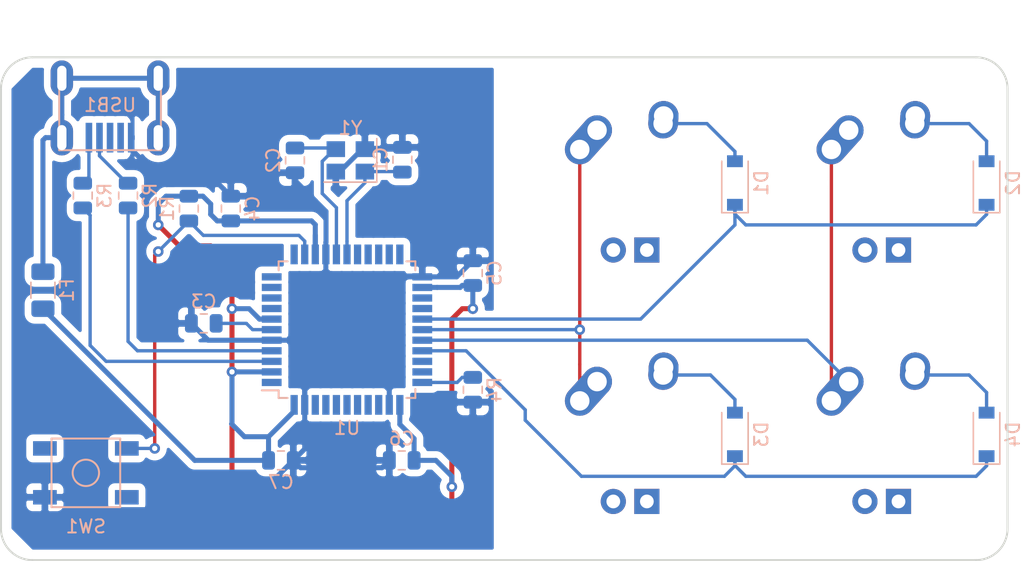
<source format=kicad_pcb>
(kicad_pcb (version 20171130) (host pcbnew 5.0.1)

  (general
    (thickness 1.6)
    (drawings 9)
    (tracks 211)
    (zones 0)
    (modules 24)
    (nets 53)
  )

  (page A4)
  (layers
    (0 F.Cu signal)
    (31 B.Cu signal)
    (32 B.Adhes user)
    (33 F.Adhes user)
    (34 B.Paste user)
    (35 F.Paste user)
    (36 B.SilkS user)
    (37 F.SilkS user)
    (38 B.Mask user)
    (39 F.Mask user)
    (40 Dwgs.User user)
    (41 Cmts.User user)
    (42 Eco1.User user)
    (43 Eco2.User user)
    (44 Edge.Cuts user)
    (45 Margin user)
    (46 B.CrtYd user)
    (47 F.CrtYd user)
    (48 B.Fab user)
    (49 F.Fab user)
  )

  (setup
    (last_trace_width 0.254)
    (trace_clearance 0.2)
    (zone_clearance 0.508)
    (zone_45_only no)
    (trace_min 0.2)
    (segment_width 0.2)
    (edge_width 0.15)
    (via_size 0.8)
    (via_drill 0.4)
    (via_min_size 0.4)
    (via_min_drill 0.3)
    (uvia_size 0.3)
    (uvia_drill 0.1)
    (uvias_allowed no)
    (uvia_min_size 0.2)
    (uvia_min_drill 0.1)
    (pcb_text_width 0.3)
    (pcb_text_size 1.5 1.5)
    (mod_edge_width 0.15)
    (mod_text_size 1 1)
    (mod_text_width 0.15)
    (pad_size 1.524 1.524)
    (pad_drill 0.762)
    (pad_to_mask_clearance 0.051)
    (solder_mask_min_width 0.25)
    (aux_axis_origin 0 0)
    (visible_elements FFFFFF7F)
    (pcbplotparams
      (layerselection 0x010f0_ffffffff)
      (usegerberextensions true)
      (usegerberattributes false)
      (usegerberadvancedattributes false)
      (creategerberjobfile false)
      (excludeedgelayer true)
      (linewidth 0.100000)
      (plotframeref false)
      (viasonmask false)
      (mode 1)
      (useauxorigin false)
      (hpglpennumber 1)
      (hpglpenspeed 20)
      (hpglpendiameter 15.000000)
      (psnegative false)
      (psa4output false)
      (plotreference true)
      (plotvalue true)
      (plotinvisibletext false)
      (padsonsilk false)
      (subtractmaskfromsilk true)
      (outputformat 1)
      (mirror false)
      (drillshape 0)
      (scaleselection 1)
      (outputdirectory "Gerbers"))
  )

  (net 0 "")
  (net 1 "Net-(C1-Pad2)")
  (net 2 GND)
  (net 3 "Net-(C2-Pad1)")
  (net 4 "Net-(C3-Pad1)")
  (net 5 +5V)
  (net 6 "Net-(D1-Pad2)")
  (net 7 ROW0)
  (net 8 "Net-(D2-Pad2)")
  (net 9 "Net-(D3-Pad2)")
  (net 10 ROW1)
  (net 11 "Net-(D4-Pad2)")
  (net 12 VCC)
  (net 13 "Net-(MX1-Pad4)")
  (net 14 "Net-(MX1-Pad3)")
  (net 15 COL0)
  (net 16 COL1)
  (net 17 "Net-(MX2-Pad3)")
  (net 18 "Net-(MX2-Pad4)")
  (net 19 "Net-(MX3-Pad4)")
  (net 20 "Net-(MX3-Pad3)")
  (net 21 "Net-(MX4-Pad3)")
  (net 22 "Net-(MX4-Pad4)")
  (net 23 "Net-(R1-Pad2)")
  (net 24 D+)
  (net 25 "Net-(R2-Pad1)")
  (net 26 "Net-(R3-Pad1)")
  (net 27 D-)
  (net 28 "Net-(R4-Pad2)")
  (net 29 "Net-(U1-Pad1)")
  (net 30 "Net-(U1-Pad8)")
  (net 31 "Net-(U1-Pad9)")
  (net 32 "Net-(U1-Pad10)")
  (net 33 "Net-(U1-Pad11)")
  (net 34 "Net-(U1-Pad12)")
  (net 35 "Net-(U1-Pad18)")
  (net 36 "Net-(U1-Pad19)")
  (net 37 "Net-(U1-Pad20)")
  (net 38 "Net-(U1-Pad21)")
  (net 39 "Net-(U1-Pad22)")
  (net 40 "Net-(U1-Pad25)")
  (net 41 "Net-(U1-Pad26)")
  (net 42 "Net-(U1-Pad31)")
  (net 43 "Net-(U1-Pad32)")
  (net 44 "Net-(U1-Pad36)")
  (net 45 "Net-(U1-Pad37)")
  (net 46 "Net-(U1-Pad38)")
  (net 47 "Net-(U1-Pad39)")
  (net 48 "Net-(U1-Pad40)")
  (net 49 "Net-(U1-Pad41)")
  (net 50 "Net-(U1-Pad42)")
  (net 51 "Net-(USB1-Pad2)")
  (net 52 "Net-(USB1-Pad3)")

  (net_class Default "This is the default net class."
    (clearance 0.2)
    (trace_width 0.254)
    (via_dia 0.8)
    (via_drill 0.4)
    (uvia_dia 0.3)
    (uvia_drill 0.1)
    (add_net COL0)
    (add_net COL1)
    (add_net D+)
    (add_net D-)
    (add_net "Net-(C1-Pad2)")
    (add_net "Net-(C2-Pad1)")
    (add_net "Net-(C3-Pad1)")
    (add_net "Net-(D1-Pad2)")
    (add_net "Net-(D2-Pad2)")
    (add_net "Net-(D3-Pad2)")
    (add_net "Net-(D4-Pad2)")
    (add_net "Net-(MX1-Pad3)")
    (add_net "Net-(MX1-Pad4)")
    (add_net "Net-(MX2-Pad3)")
    (add_net "Net-(MX2-Pad4)")
    (add_net "Net-(MX3-Pad3)")
    (add_net "Net-(MX3-Pad4)")
    (add_net "Net-(MX4-Pad3)")
    (add_net "Net-(MX4-Pad4)")
    (add_net "Net-(R1-Pad2)")
    (add_net "Net-(R2-Pad1)")
    (add_net "Net-(R3-Pad1)")
    (add_net "Net-(R4-Pad2)")
    (add_net "Net-(U1-Pad1)")
    (add_net "Net-(U1-Pad10)")
    (add_net "Net-(U1-Pad11)")
    (add_net "Net-(U1-Pad12)")
    (add_net "Net-(U1-Pad18)")
    (add_net "Net-(U1-Pad19)")
    (add_net "Net-(U1-Pad20)")
    (add_net "Net-(U1-Pad21)")
    (add_net "Net-(U1-Pad22)")
    (add_net "Net-(U1-Pad25)")
    (add_net "Net-(U1-Pad26)")
    (add_net "Net-(U1-Pad31)")
    (add_net "Net-(U1-Pad32)")
    (add_net "Net-(U1-Pad36)")
    (add_net "Net-(U1-Pad37)")
    (add_net "Net-(U1-Pad38)")
    (add_net "Net-(U1-Pad39)")
    (add_net "Net-(U1-Pad40)")
    (add_net "Net-(U1-Pad41)")
    (add_net "Net-(U1-Pad42)")
    (add_net "Net-(U1-Pad8)")
    (add_net "Net-(U1-Pad9)")
    (add_net "Net-(USB1-Pad2)")
    (add_net "Net-(USB1-Pad3)")
    (add_net ROW0)
    (add_net ROW1)
  )

  (net_class power ""
    (clearance 0.2)
    (trace_width 0.381)
    (via_dia 0.8)
    (via_drill 0.4)
    (uvia_dia 0.3)
    (uvia_drill 0.1)
    (add_net +5V)
    (add_net GND)
    (add_net VCC)
  )

  (module Capacitor_SMD:C_0805_2012Metric (layer B.Cu) (tedit 5B36C52B) (tstamp 5CA3B6C0)
    (at 93.091 72.8495 270)
    (descr "Capacitor SMD 0805 (2012 Metric), square (rectangular) end terminal, IPC_7351 nominal, (Body size source: https://docs.google.com/spreadsheets/d/1BsfQQcO9C6DZCsRaXUlFlo91Tg2WpOkGARC1WS5S8t0/edit?usp=sharing), generated with kicad-footprint-generator")
    (tags capacitor)
    (path /5C987AE7)
    (attr smd)
    (fp_text reference C1 (at 0 1.65 270) (layer B.SilkS)
      (effects (font (size 1 1) (thickness 0.15)) (justify mirror))
    )
    (fp_text value 22pF (at 0 -1.65 270) (layer B.Fab)
      (effects (font (size 1 1) (thickness 0.15)) (justify mirror))
    )
    (fp_text user %R (at 0 0 270) (layer B.Fab)
      (effects (font (size 0.5 0.5) (thickness 0.08)) (justify mirror))
    )
    (fp_line (start 1.68 -0.95) (end -1.68 -0.95) (layer B.CrtYd) (width 0.05))
    (fp_line (start 1.68 0.95) (end 1.68 -0.95) (layer B.CrtYd) (width 0.05))
    (fp_line (start -1.68 0.95) (end 1.68 0.95) (layer B.CrtYd) (width 0.05))
    (fp_line (start -1.68 -0.95) (end -1.68 0.95) (layer B.CrtYd) (width 0.05))
    (fp_line (start -0.258578 -0.71) (end 0.258578 -0.71) (layer B.SilkS) (width 0.12))
    (fp_line (start -0.258578 0.71) (end 0.258578 0.71) (layer B.SilkS) (width 0.12))
    (fp_line (start 1 -0.6) (end -1 -0.6) (layer B.Fab) (width 0.1))
    (fp_line (start 1 0.6) (end 1 -0.6) (layer B.Fab) (width 0.1))
    (fp_line (start -1 0.6) (end 1 0.6) (layer B.Fab) (width 0.1))
    (fp_line (start -1 -0.6) (end -1 0.6) (layer B.Fab) (width 0.1))
    (pad 2 smd roundrect (at 0.9375 0 270) (size 0.975 1.4) (layers B.Cu B.Paste B.Mask) (roundrect_rratio 0.25)
      (net 1 "Net-(C1-Pad2)"))
    (pad 1 smd roundrect (at -0.9375 0 270) (size 0.975 1.4) (layers B.Cu B.Paste B.Mask) (roundrect_rratio 0.25)
      (net 2 GND))
    (model ${KISYS3DMOD}/Capacitor_SMD.3dshapes/C_0805_2012Metric.wrl
      (at (xyz 0 0 0))
      (scale (xyz 1 1 1))
      (rotate (xyz 0 0 0))
    )
  )

  (module Capacitor_SMD:C_0805_2012Metric (layer B.Cu) (tedit 5B36C52B) (tstamp 5CA3B6D1)
    (at 84.963 72.898 270)
    (descr "Capacitor SMD 0805 (2012 Metric), square (rectangular) end terminal, IPC_7351 nominal, (Body size source: https://docs.google.com/spreadsheets/d/1BsfQQcO9C6DZCsRaXUlFlo91Tg2WpOkGARC1WS5S8t0/edit?usp=sharing), generated with kicad-footprint-generator")
    (tags capacitor)
    (path /5C987B83)
    (attr smd)
    (fp_text reference C2 (at 0 1.65 270) (layer B.SilkS)
      (effects (font (size 1 1) (thickness 0.15)) (justify mirror))
    )
    (fp_text value 22pF (at 0 -1.65 270) (layer B.Fab)
      (effects (font (size 1 1) (thickness 0.15)) (justify mirror))
    )
    (fp_line (start -1 -0.6) (end -1 0.6) (layer B.Fab) (width 0.1))
    (fp_line (start -1 0.6) (end 1 0.6) (layer B.Fab) (width 0.1))
    (fp_line (start 1 0.6) (end 1 -0.6) (layer B.Fab) (width 0.1))
    (fp_line (start 1 -0.6) (end -1 -0.6) (layer B.Fab) (width 0.1))
    (fp_line (start -0.258578 0.71) (end 0.258578 0.71) (layer B.SilkS) (width 0.12))
    (fp_line (start -0.258578 -0.71) (end 0.258578 -0.71) (layer B.SilkS) (width 0.12))
    (fp_line (start -1.68 -0.95) (end -1.68 0.95) (layer B.CrtYd) (width 0.05))
    (fp_line (start -1.68 0.95) (end 1.68 0.95) (layer B.CrtYd) (width 0.05))
    (fp_line (start 1.68 0.95) (end 1.68 -0.95) (layer B.CrtYd) (width 0.05))
    (fp_line (start 1.68 -0.95) (end -1.68 -0.95) (layer B.CrtYd) (width 0.05))
    (fp_text user %R (at 0 0 270) (layer B.Fab)
      (effects (font (size 0.5 0.5) (thickness 0.08)) (justify mirror))
    )
    (pad 1 smd roundrect (at -0.9375 0 270) (size 0.975 1.4) (layers B.Cu B.Paste B.Mask) (roundrect_rratio 0.25)
      (net 3 "Net-(C2-Pad1)"))
    (pad 2 smd roundrect (at 0.9375 0 270) (size 0.975 1.4) (layers B.Cu B.Paste B.Mask) (roundrect_rratio 0.25)
      (net 2 GND))
    (model ${KISYS3DMOD}/Capacitor_SMD.3dshapes/C_0805_2012Metric.wrl
      (at (xyz 0 0 0))
      (scale (xyz 1 1 1))
      (rotate (xyz 0 0 0))
    )
  )

  (module Capacitor_SMD:C_0805_2012Metric (layer B.Cu) (tedit 5B36C52B) (tstamp 5CA3B6E2)
    (at 78.0565 85.24875 180)
    (descr "Capacitor SMD 0805 (2012 Metric), square (rectangular) end terminal, IPC_7351 nominal, (Body size source: https://docs.google.com/spreadsheets/d/1BsfQQcO9C6DZCsRaXUlFlo91Tg2WpOkGARC1WS5S8t0/edit?usp=sharing), generated with kicad-footprint-generator")
    (tags capacitor)
    (path /5C979B69)
    (attr smd)
    (fp_text reference C3 (at 0 1.65 180) (layer B.SilkS)
      (effects (font (size 1 1) (thickness 0.15)) (justify mirror))
    )
    (fp_text value 1uF (at 0 -1.65 180) (layer B.Fab)
      (effects (font (size 1 1) (thickness 0.15)) (justify mirror))
    )
    (fp_line (start -1 -0.6) (end -1 0.6) (layer B.Fab) (width 0.1))
    (fp_line (start -1 0.6) (end 1 0.6) (layer B.Fab) (width 0.1))
    (fp_line (start 1 0.6) (end 1 -0.6) (layer B.Fab) (width 0.1))
    (fp_line (start 1 -0.6) (end -1 -0.6) (layer B.Fab) (width 0.1))
    (fp_line (start -0.258578 0.71) (end 0.258578 0.71) (layer B.SilkS) (width 0.12))
    (fp_line (start -0.258578 -0.71) (end 0.258578 -0.71) (layer B.SilkS) (width 0.12))
    (fp_line (start -1.68 -0.95) (end -1.68 0.95) (layer B.CrtYd) (width 0.05))
    (fp_line (start -1.68 0.95) (end 1.68 0.95) (layer B.CrtYd) (width 0.05))
    (fp_line (start 1.68 0.95) (end 1.68 -0.95) (layer B.CrtYd) (width 0.05))
    (fp_line (start 1.68 -0.95) (end -1.68 -0.95) (layer B.CrtYd) (width 0.05))
    (fp_text user %R (at 0 0 180) (layer B.Fab)
      (effects (font (size 0.5 0.5) (thickness 0.08)) (justify mirror))
    )
    (pad 1 smd roundrect (at -0.9375 0 180) (size 0.975 1.4) (layers B.Cu B.Paste B.Mask) (roundrect_rratio 0.25)
      (net 4 "Net-(C3-Pad1)"))
    (pad 2 smd roundrect (at 0.9375 0 180) (size 0.975 1.4) (layers B.Cu B.Paste B.Mask) (roundrect_rratio 0.25)
      (net 2 GND))
    (model ${KISYS3DMOD}/Capacitor_SMD.3dshapes/C_0805_2012Metric.wrl
      (at (xyz 0 0 0))
      (scale (xyz 1 1 1))
      (rotate (xyz 0 0 0))
    )
  )

  (module Capacitor_SMD:C_0805_2012Metric (layer B.Cu) (tedit 5B36C52B) (tstamp 5CA3B6F3)
    (at 80.10525 76.54925 90)
    (descr "Capacitor SMD 0805 (2012 Metric), square (rectangular) end terminal, IPC_7351 nominal, (Body size source: https://docs.google.com/spreadsheets/d/1BsfQQcO9C6DZCsRaXUlFlo91Tg2WpOkGARC1WS5S8t0/edit?usp=sharing), generated with kicad-footprint-generator")
    (tags capacitor)
    (path /5C97AB7E)
    (attr smd)
    (fp_text reference C4 (at 0 1.65 90) (layer B.SilkS)
      (effects (font (size 1 1) (thickness 0.15)) (justify mirror))
    )
    (fp_text value 0.1uF (at 0 -1.65 90) (layer B.Fab)
      (effects (font (size 1 1) (thickness 0.15)) (justify mirror))
    )
    (fp_text user %R (at 0 0 90) (layer B.Fab)
      (effects (font (size 0.5 0.5) (thickness 0.08)) (justify mirror))
    )
    (fp_line (start 1.68 -0.95) (end -1.68 -0.95) (layer B.CrtYd) (width 0.05))
    (fp_line (start 1.68 0.95) (end 1.68 -0.95) (layer B.CrtYd) (width 0.05))
    (fp_line (start -1.68 0.95) (end 1.68 0.95) (layer B.CrtYd) (width 0.05))
    (fp_line (start -1.68 -0.95) (end -1.68 0.95) (layer B.CrtYd) (width 0.05))
    (fp_line (start -0.258578 -0.71) (end 0.258578 -0.71) (layer B.SilkS) (width 0.12))
    (fp_line (start -0.258578 0.71) (end 0.258578 0.71) (layer B.SilkS) (width 0.12))
    (fp_line (start 1 -0.6) (end -1 -0.6) (layer B.Fab) (width 0.1))
    (fp_line (start 1 0.6) (end 1 -0.6) (layer B.Fab) (width 0.1))
    (fp_line (start -1 0.6) (end 1 0.6) (layer B.Fab) (width 0.1))
    (fp_line (start -1 -0.6) (end -1 0.6) (layer B.Fab) (width 0.1))
    (pad 2 smd roundrect (at 0.9375 0 90) (size 0.975 1.4) (layers B.Cu B.Paste B.Mask) (roundrect_rratio 0.25)
      (net 2 GND))
    (pad 1 smd roundrect (at -0.9375 0 90) (size 0.975 1.4) (layers B.Cu B.Paste B.Mask) (roundrect_rratio 0.25)
      (net 5 +5V))
    (model ${KISYS3DMOD}/Capacitor_SMD.3dshapes/C_0805_2012Metric.wrl
      (at (xyz 0 0 0))
      (scale (xyz 1 1 1))
      (rotate (xyz 0 0 0))
    )
  )

  (module Capacitor_SMD:C_0805_2012Metric (layer B.Cu) (tedit 5B36C52B) (tstamp 5CA3B704)
    (at 98.425 81.43875 90)
    (descr "Capacitor SMD 0805 (2012 Metric), square (rectangular) end terminal, IPC_7351 nominal, (Body size source: https://docs.google.com/spreadsheets/d/1BsfQQcO9C6DZCsRaXUlFlo91Tg2WpOkGARC1WS5S8t0/edit?usp=sharing), generated with kicad-footprint-generator")
    (tags capacitor)
    (path /5C97AC4E)
    (attr smd)
    (fp_text reference C5 (at 0 1.65 90) (layer B.SilkS)
      (effects (font (size 1 1) (thickness 0.15)) (justify mirror))
    )
    (fp_text value 0.1uF (at 0 -1.65 90) (layer B.Fab)
      (effects (font (size 1 1) (thickness 0.15)) (justify mirror))
    )
    (fp_line (start -1 -0.6) (end -1 0.6) (layer B.Fab) (width 0.1))
    (fp_line (start -1 0.6) (end 1 0.6) (layer B.Fab) (width 0.1))
    (fp_line (start 1 0.6) (end 1 -0.6) (layer B.Fab) (width 0.1))
    (fp_line (start 1 -0.6) (end -1 -0.6) (layer B.Fab) (width 0.1))
    (fp_line (start -0.258578 0.71) (end 0.258578 0.71) (layer B.SilkS) (width 0.12))
    (fp_line (start -0.258578 -0.71) (end 0.258578 -0.71) (layer B.SilkS) (width 0.12))
    (fp_line (start -1.68 -0.95) (end -1.68 0.95) (layer B.CrtYd) (width 0.05))
    (fp_line (start -1.68 0.95) (end 1.68 0.95) (layer B.CrtYd) (width 0.05))
    (fp_line (start 1.68 0.95) (end 1.68 -0.95) (layer B.CrtYd) (width 0.05))
    (fp_line (start 1.68 -0.95) (end -1.68 -0.95) (layer B.CrtYd) (width 0.05))
    (fp_text user %R (at 0 0 90) (layer B.Fab)
      (effects (font (size 0.5 0.5) (thickness 0.08)) (justify mirror))
    )
    (pad 1 smd roundrect (at -0.9375 0 90) (size 0.975 1.4) (layers B.Cu B.Paste B.Mask) (roundrect_rratio 0.25)
      (net 5 +5V))
    (pad 2 smd roundrect (at 0.9375 0 90) (size 0.975 1.4) (layers B.Cu B.Paste B.Mask) (roundrect_rratio 0.25)
      (net 2 GND))
    (model ${KISYS3DMOD}/Capacitor_SMD.3dshapes/C_0805_2012Metric.wrl
      (at (xyz 0 0 0))
      (scale (xyz 1 1 1))
      (rotate (xyz 0 0 0))
    )
  )

  (module Capacitor_SMD:C_0805_2012Metric (layer B.Cu) (tedit 5B36C52B) (tstamp 5CA3B715)
    (at 93.0425 95.631 180)
    (descr "Capacitor SMD 0805 (2012 Metric), square (rectangular) end terminal, IPC_7351 nominal, (Body size source: https://docs.google.com/spreadsheets/d/1BsfQQcO9C6DZCsRaXUlFlo91Tg2WpOkGARC1WS5S8t0/edit?usp=sharing), generated with kicad-footprint-generator")
    (tags capacitor)
    (path /5C97ACCD)
    (attr smd)
    (fp_text reference C6 (at 0 1.65 180) (layer B.SilkS)
      (effects (font (size 1 1) (thickness 0.15)) (justify mirror))
    )
    (fp_text value 0.1uF (at 0 -1.65 180) (layer B.Fab)
      (effects (font (size 1 1) (thickness 0.15)) (justify mirror))
    )
    (fp_text user %R (at 0 0 180) (layer B.Fab)
      (effects (font (size 0.5 0.5) (thickness 0.08)) (justify mirror))
    )
    (fp_line (start 1.68 -0.95) (end -1.68 -0.95) (layer B.CrtYd) (width 0.05))
    (fp_line (start 1.68 0.95) (end 1.68 -0.95) (layer B.CrtYd) (width 0.05))
    (fp_line (start -1.68 0.95) (end 1.68 0.95) (layer B.CrtYd) (width 0.05))
    (fp_line (start -1.68 -0.95) (end -1.68 0.95) (layer B.CrtYd) (width 0.05))
    (fp_line (start -0.258578 -0.71) (end 0.258578 -0.71) (layer B.SilkS) (width 0.12))
    (fp_line (start -0.258578 0.71) (end 0.258578 0.71) (layer B.SilkS) (width 0.12))
    (fp_line (start 1 -0.6) (end -1 -0.6) (layer B.Fab) (width 0.1))
    (fp_line (start 1 0.6) (end 1 -0.6) (layer B.Fab) (width 0.1))
    (fp_line (start -1 0.6) (end 1 0.6) (layer B.Fab) (width 0.1))
    (fp_line (start -1 -0.6) (end -1 0.6) (layer B.Fab) (width 0.1))
    (pad 2 smd roundrect (at 0.9375 0 180) (size 0.975 1.4) (layers B.Cu B.Paste B.Mask) (roundrect_rratio 0.25)
      (net 2 GND))
    (pad 1 smd roundrect (at -0.9375 0 180) (size 0.975 1.4) (layers B.Cu B.Paste B.Mask) (roundrect_rratio 0.25)
      (net 5 +5V))
    (model ${KISYS3DMOD}/Capacitor_SMD.3dshapes/C_0805_2012Metric.wrl
      (at (xyz 0 0 0))
      (scale (xyz 1 1 1))
      (rotate (xyz 0 0 0))
    )
  )

  (module Capacitor_SMD:C_0805_2012Metric (layer B.Cu) (tedit 5B36C52B) (tstamp 5CA3B726)
    (at 83.8985 95.631)
    (descr "Capacitor SMD 0805 (2012 Metric), square (rectangular) end terminal, IPC_7351 nominal, (Body size source: https://docs.google.com/spreadsheets/d/1BsfQQcO9C6DZCsRaXUlFlo91Tg2WpOkGARC1WS5S8t0/edit?usp=sharing), generated with kicad-footprint-generator")
    (tags capacitor)
    (path /5C97AD4F)
    (attr smd)
    (fp_text reference C7 (at 0 1.65) (layer B.SilkS)
      (effects (font (size 1 1) (thickness 0.15)) (justify mirror))
    )
    (fp_text value 10uF (at 0 -1.65) (layer B.Fab)
      (effects (font (size 1 1) (thickness 0.15)) (justify mirror))
    )
    (fp_line (start -1 -0.6) (end -1 0.6) (layer B.Fab) (width 0.1))
    (fp_line (start -1 0.6) (end 1 0.6) (layer B.Fab) (width 0.1))
    (fp_line (start 1 0.6) (end 1 -0.6) (layer B.Fab) (width 0.1))
    (fp_line (start 1 -0.6) (end -1 -0.6) (layer B.Fab) (width 0.1))
    (fp_line (start -0.258578 0.71) (end 0.258578 0.71) (layer B.SilkS) (width 0.12))
    (fp_line (start -0.258578 -0.71) (end 0.258578 -0.71) (layer B.SilkS) (width 0.12))
    (fp_line (start -1.68 -0.95) (end -1.68 0.95) (layer B.CrtYd) (width 0.05))
    (fp_line (start -1.68 0.95) (end 1.68 0.95) (layer B.CrtYd) (width 0.05))
    (fp_line (start 1.68 0.95) (end 1.68 -0.95) (layer B.CrtYd) (width 0.05))
    (fp_line (start 1.68 -0.95) (end -1.68 -0.95) (layer B.CrtYd) (width 0.05))
    (fp_text user %R (at 0 0) (layer B.Fab)
      (effects (font (size 0.5 0.5) (thickness 0.08)) (justify mirror))
    )
    (pad 1 smd roundrect (at -0.9375 0) (size 0.975 1.4) (layers B.Cu B.Paste B.Mask) (roundrect_rratio 0.25)
      (net 5 +5V))
    (pad 2 smd roundrect (at 0.9375 0) (size 0.975 1.4) (layers B.Cu B.Paste B.Mask) (roundrect_rratio 0.25)
      (net 2 GND))
    (model ${KISYS3DMOD}/Capacitor_SMD.3dshapes/C_0805_2012Metric.wrl
      (at (xyz 0 0 0))
      (scale (xyz 1 1 1))
      (rotate (xyz 0 0 0))
    )
  )

  (module Diode_SMD:D_SOD-123 (layer B.Cu) (tedit 58645DC7) (tstamp 5CA3B73F)
    (at 118.26875 74.6125 90)
    (descr SOD-123)
    (tags SOD-123)
    (path /5C99E998)
    (attr smd)
    (fp_text reference D1 (at 0 2 90) (layer B.SilkS)
      (effects (font (size 1 1) (thickness 0.15)) (justify mirror))
    )
    (fp_text value SOD-123 (at 0 -2.1 90) (layer B.Fab)
      (effects (font (size 1 1) (thickness 0.15)) (justify mirror))
    )
    (fp_line (start -2.25 1) (end 1.65 1) (layer B.SilkS) (width 0.12))
    (fp_line (start -2.25 -1) (end 1.65 -1) (layer B.SilkS) (width 0.12))
    (fp_line (start -2.35 1.15) (end -2.35 -1.15) (layer B.CrtYd) (width 0.05))
    (fp_line (start 2.35 -1.15) (end -2.35 -1.15) (layer B.CrtYd) (width 0.05))
    (fp_line (start 2.35 1.15) (end 2.35 -1.15) (layer B.CrtYd) (width 0.05))
    (fp_line (start -2.35 1.15) (end 2.35 1.15) (layer B.CrtYd) (width 0.05))
    (fp_line (start -1.4 0.9) (end 1.4 0.9) (layer B.Fab) (width 0.1))
    (fp_line (start 1.4 0.9) (end 1.4 -0.9) (layer B.Fab) (width 0.1))
    (fp_line (start 1.4 -0.9) (end -1.4 -0.9) (layer B.Fab) (width 0.1))
    (fp_line (start -1.4 -0.9) (end -1.4 0.9) (layer B.Fab) (width 0.1))
    (fp_line (start -0.75 0) (end -0.35 0) (layer B.Fab) (width 0.1))
    (fp_line (start -0.35 0) (end -0.35 0.55) (layer B.Fab) (width 0.1))
    (fp_line (start -0.35 0) (end -0.35 -0.55) (layer B.Fab) (width 0.1))
    (fp_line (start -0.35 0) (end 0.25 0.4) (layer B.Fab) (width 0.1))
    (fp_line (start 0.25 0.4) (end 0.25 -0.4) (layer B.Fab) (width 0.1))
    (fp_line (start 0.25 -0.4) (end -0.35 0) (layer B.Fab) (width 0.1))
    (fp_line (start 0.25 0) (end 0.75 0) (layer B.Fab) (width 0.1))
    (fp_line (start -2.25 1) (end -2.25 -1) (layer B.SilkS) (width 0.12))
    (fp_text user %R (at 0 2 90) (layer B.Fab)
      (effects (font (size 1 1) (thickness 0.15)) (justify mirror))
    )
    (pad 2 smd rect (at 1.65 0 90) (size 0.9 1.2) (layers B.Cu B.Paste B.Mask)
      (net 6 "Net-(D1-Pad2)"))
    (pad 1 smd rect (at -1.65 0 90) (size 0.9 1.2) (layers B.Cu B.Paste B.Mask)
      (net 7 ROW0))
    (model ${KISYS3DMOD}/Diode_SMD.3dshapes/D_SOD-123.wrl
      (at (xyz 0 0 0))
      (scale (xyz 1 1 1))
      (rotate (xyz 0 0 0))
    )
  )

  (module Diode_SMD:D_SOD-123 (layer B.Cu) (tedit 58645DC7) (tstamp 5CA3B758)
    (at 137.31875 74.6125 90)
    (descr SOD-123)
    (tags SOD-123)
    (path /5C9A064D)
    (attr smd)
    (fp_text reference D2 (at 0 2 90) (layer B.SilkS)
      (effects (font (size 1 1) (thickness 0.15)) (justify mirror))
    )
    (fp_text value SOD-123 (at 0 -2.1 90) (layer B.Fab)
      (effects (font (size 1 1) (thickness 0.15)) (justify mirror))
    )
    (fp_text user %R (at 0 2 90) (layer B.Fab)
      (effects (font (size 1 1) (thickness 0.15)) (justify mirror))
    )
    (fp_line (start -2.25 1) (end -2.25 -1) (layer B.SilkS) (width 0.12))
    (fp_line (start 0.25 0) (end 0.75 0) (layer B.Fab) (width 0.1))
    (fp_line (start 0.25 -0.4) (end -0.35 0) (layer B.Fab) (width 0.1))
    (fp_line (start 0.25 0.4) (end 0.25 -0.4) (layer B.Fab) (width 0.1))
    (fp_line (start -0.35 0) (end 0.25 0.4) (layer B.Fab) (width 0.1))
    (fp_line (start -0.35 0) (end -0.35 -0.55) (layer B.Fab) (width 0.1))
    (fp_line (start -0.35 0) (end -0.35 0.55) (layer B.Fab) (width 0.1))
    (fp_line (start -0.75 0) (end -0.35 0) (layer B.Fab) (width 0.1))
    (fp_line (start -1.4 -0.9) (end -1.4 0.9) (layer B.Fab) (width 0.1))
    (fp_line (start 1.4 -0.9) (end -1.4 -0.9) (layer B.Fab) (width 0.1))
    (fp_line (start 1.4 0.9) (end 1.4 -0.9) (layer B.Fab) (width 0.1))
    (fp_line (start -1.4 0.9) (end 1.4 0.9) (layer B.Fab) (width 0.1))
    (fp_line (start -2.35 1.15) (end 2.35 1.15) (layer B.CrtYd) (width 0.05))
    (fp_line (start 2.35 1.15) (end 2.35 -1.15) (layer B.CrtYd) (width 0.05))
    (fp_line (start 2.35 -1.15) (end -2.35 -1.15) (layer B.CrtYd) (width 0.05))
    (fp_line (start -2.35 1.15) (end -2.35 -1.15) (layer B.CrtYd) (width 0.05))
    (fp_line (start -2.25 -1) (end 1.65 -1) (layer B.SilkS) (width 0.12))
    (fp_line (start -2.25 1) (end 1.65 1) (layer B.SilkS) (width 0.12))
    (pad 1 smd rect (at -1.65 0 90) (size 0.9 1.2) (layers B.Cu B.Paste B.Mask)
      (net 7 ROW0))
    (pad 2 smd rect (at 1.65 0 90) (size 0.9 1.2) (layers B.Cu B.Paste B.Mask)
      (net 8 "Net-(D2-Pad2)"))
    (model ${KISYS3DMOD}/Diode_SMD.3dshapes/D_SOD-123.wrl
      (at (xyz 0 0 0))
      (scale (xyz 1 1 1))
      (rotate (xyz 0 0 0))
    )
  )

  (module Diode_SMD:D_SOD-123 (layer B.Cu) (tedit 58645DC7) (tstamp 5CA3B771)
    (at 118.26875 93.6625 90)
    (descr SOD-123)
    (tags SOD-123)
    (path /5C9A142B)
    (attr smd)
    (fp_text reference D3 (at 0 2 90) (layer B.SilkS)
      (effects (font (size 1 1) (thickness 0.15)) (justify mirror))
    )
    (fp_text value SOD-123 (at 0 -2.1 90) (layer B.Fab)
      (effects (font (size 1 1) (thickness 0.15)) (justify mirror))
    )
    (fp_line (start -2.25 1) (end 1.65 1) (layer B.SilkS) (width 0.12))
    (fp_line (start -2.25 -1) (end 1.65 -1) (layer B.SilkS) (width 0.12))
    (fp_line (start -2.35 1.15) (end -2.35 -1.15) (layer B.CrtYd) (width 0.05))
    (fp_line (start 2.35 -1.15) (end -2.35 -1.15) (layer B.CrtYd) (width 0.05))
    (fp_line (start 2.35 1.15) (end 2.35 -1.15) (layer B.CrtYd) (width 0.05))
    (fp_line (start -2.35 1.15) (end 2.35 1.15) (layer B.CrtYd) (width 0.05))
    (fp_line (start -1.4 0.9) (end 1.4 0.9) (layer B.Fab) (width 0.1))
    (fp_line (start 1.4 0.9) (end 1.4 -0.9) (layer B.Fab) (width 0.1))
    (fp_line (start 1.4 -0.9) (end -1.4 -0.9) (layer B.Fab) (width 0.1))
    (fp_line (start -1.4 -0.9) (end -1.4 0.9) (layer B.Fab) (width 0.1))
    (fp_line (start -0.75 0) (end -0.35 0) (layer B.Fab) (width 0.1))
    (fp_line (start -0.35 0) (end -0.35 0.55) (layer B.Fab) (width 0.1))
    (fp_line (start -0.35 0) (end -0.35 -0.55) (layer B.Fab) (width 0.1))
    (fp_line (start -0.35 0) (end 0.25 0.4) (layer B.Fab) (width 0.1))
    (fp_line (start 0.25 0.4) (end 0.25 -0.4) (layer B.Fab) (width 0.1))
    (fp_line (start 0.25 -0.4) (end -0.35 0) (layer B.Fab) (width 0.1))
    (fp_line (start 0.25 0) (end 0.75 0) (layer B.Fab) (width 0.1))
    (fp_line (start -2.25 1) (end -2.25 -1) (layer B.SilkS) (width 0.12))
    (fp_text user %R (at 0 2 90) (layer B.Fab)
      (effects (font (size 1 1) (thickness 0.15)) (justify mirror))
    )
    (pad 2 smd rect (at 1.65 0 90) (size 0.9 1.2) (layers B.Cu B.Paste B.Mask)
      (net 9 "Net-(D3-Pad2)"))
    (pad 1 smd rect (at -1.65 0 90) (size 0.9 1.2) (layers B.Cu B.Paste B.Mask)
      (net 10 ROW1))
    (model ${KISYS3DMOD}/Diode_SMD.3dshapes/D_SOD-123.wrl
      (at (xyz 0 0 0))
      (scale (xyz 1 1 1))
      (rotate (xyz 0 0 0))
    )
  )

  (module Diode_SMD:D_SOD-123 (layer B.Cu) (tedit 58645DC7) (tstamp 5CA3B78A)
    (at 137.31875 93.6625 90)
    (descr SOD-123)
    (tags SOD-123)
    (path /5C9A2251)
    (attr smd)
    (fp_text reference D4 (at 0 2 90) (layer B.SilkS)
      (effects (font (size 1 1) (thickness 0.15)) (justify mirror))
    )
    (fp_text value SOD-123 (at 0 -2.1 90) (layer B.Fab)
      (effects (font (size 1 1) (thickness 0.15)) (justify mirror))
    )
    (fp_text user %R (at 0 2 90) (layer B.Fab)
      (effects (font (size 1 1) (thickness 0.15)) (justify mirror))
    )
    (fp_line (start -2.25 1) (end -2.25 -1) (layer B.SilkS) (width 0.12))
    (fp_line (start 0.25 0) (end 0.75 0) (layer B.Fab) (width 0.1))
    (fp_line (start 0.25 -0.4) (end -0.35 0) (layer B.Fab) (width 0.1))
    (fp_line (start 0.25 0.4) (end 0.25 -0.4) (layer B.Fab) (width 0.1))
    (fp_line (start -0.35 0) (end 0.25 0.4) (layer B.Fab) (width 0.1))
    (fp_line (start -0.35 0) (end -0.35 -0.55) (layer B.Fab) (width 0.1))
    (fp_line (start -0.35 0) (end -0.35 0.55) (layer B.Fab) (width 0.1))
    (fp_line (start -0.75 0) (end -0.35 0) (layer B.Fab) (width 0.1))
    (fp_line (start -1.4 -0.9) (end -1.4 0.9) (layer B.Fab) (width 0.1))
    (fp_line (start 1.4 -0.9) (end -1.4 -0.9) (layer B.Fab) (width 0.1))
    (fp_line (start 1.4 0.9) (end 1.4 -0.9) (layer B.Fab) (width 0.1))
    (fp_line (start -1.4 0.9) (end 1.4 0.9) (layer B.Fab) (width 0.1))
    (fp_line (start -2.35 1.15) (end 2.35 1.15) (layer B.CrtYd) (width 0.05))
    (fp_line (start 2.35 1.15) (end 2.35 -1.15) (layer B.CrtYd) (width 0.05))
    (fp_line (start 2.35 -1.15) (end -2.35 -1.15) (layer B.CrtYd) (width 0.05))
    (fp_line (start -2.35 1.15) (end -2.35 -1.15) (layer B.CrtYd) (width 0.05))
    (fp_line (start -2.25 -1) (end 1.65 -1) (layer B.SilkS) (width 0.12))
    (fp_line (start -2.25 1) (end 1.65 1) (layer B.SilkS) (width 0.12))
    (pad 1 smd rect (at -1.65 0 90) (size 0.9 1.2) (layers B.Cu B.Paste B.Mask)
      (net 10 ROW1))
    (pad 2 smd rect (at 1.65 0 90) (size 0.9 1.2) (layers B.Cu B.Paste B.Mask)
      (net 11 "Net-(D4-Pad2)"))
    (model ${KISYS3DMOD}/Diode_SMD.3dshapes/D_SOD-123.wrl
      (at (xyz 0 0 0))
      (scale (xyz 1 1 1))
      (rotate (xyz 0 0 0))
    )
  )

  (module Fuse:Fuse_1206_3216Metric (layer B.Cu) (tedit 5B301BBE) (tstamp 5CA3B79B)
    (at 65.88125 82.7375 90)
    (descr "Fuse SMD 1206 (3216 Metric), square (rectangular) end terminal, IPC_7351 nominal, (Body size source: http://www.tortai-tech.com/upload/download/2011102023233369053.pdf), generated with kicad-footprint-generator")
    (tags resistor)
    (path /5C999417)
    (attr smd)
    (fp_text reference F1 (at 0 1.82 90) (layer B.SilkS)
      (effects (font (size 1 1) (thickness 0.15)) (justify mirror))
    )
    (fp_text value 500mA (at 0 -1.82 90) (layer B.Fab)
      (effects (font (size 1 1) (thickness 0.15)) (justify mirror))
    )
    (fp_line (start -1.6 -0.8) (end -1.6 0.8) (layer B.Fab) (width 0.1))
    (fp_line (start -1.6 0.8) (end 1.6 0.8) (layer B.Fab) (width 0.1))
    (fp_line (start 1.6 0.8) (end 1.6 -0.8) (layer B.Fab) (width 0.1))
    (fp_line (start 1.6 -0.8) (end -1.6 -0.8) (layer B.Fab) (width 0.1))
    (fp_line (start -0.602064 0.91) (end 0.602064 0.91) (layer B.SilkS) (width 0.12))
    (fp_line (start -0.602064 -0.91) (end 0.602064 -0.91) (layer B.SilkS) (width 0.12))
    (fp_line (start -2.28 -1.12) (end -2.28 1.12) (layer B.CrtYd) (width 0.05))
    (fp_line (start -2.28 1.12) (end 2.28 1.12) (layer B.CrtYd) (width 0.05))
    (fp_line (start 2.28 1.12) (end 2.28 -1.12) (layer B.CrtYd) (width 0.05))
    (fp_line (start 2.28 -1.12) (end -2.28 -1.12) (layer B.CrtYd) (width 0.05))
    (fp_text user %R (at 0 0 90) (layer B.Fab)
      (effects (font (size 0.8 0.8) (thickness 0.12)) (justify mirror))
    )
    (pad 1 smd roundrect (at -1.4 0 90) (size 1.25 1.75) (layers B.Cu B.Paste B.Mask) (roundrect_rratio 0.2)
      (net 5 +5V))
    (pad 2 smd roundrect (at 1.4 0 90) (size 1.25 1.75) (layers B.Cu B.Paste B.Mask) (roundrect_rratio 0.2)
      (net 12 VCC))
    (model ${KISYS3DMOD}/Fuse.3dshapes/Fuse_1206_3216Metric.wrl
      (at (xyz 0 0 0))
      (scale (xyz 1 1 1))
      (rotate (xyz 0 0 0))
    )
  )

  (module MX_Alps_Hybrid:MX-1U (layer F.Cu) (tedit 5A9F3A9A) (tstamp 5CA3B7B4)
    (at 110.33125 74.6125)
    (path /5C99DEBE)
    (fp_text reference MX1 (at 0 3.175) (layer Dwgs.User)
      (effects (font (size 1 1) (thickness 0.15)))
    )
    (fp_text value MX-1U (at 0 -7.9375) (layer Dwgs.User)
      (effects (font (size 1 1) (thickness 0.15)))
    )
    (fp_line (start -9.525 9.525) (end -9.525 -9.525) (layer Dwgs.User) (width 0.15))
    (fp_line (start 9.525 9.525) (end -9.525 9.525) (layer Dwgs.User) (width 0.15))
    (fp_line (start 9.525 -9.525) (end 9.525 9.525) (layer Dwgs.User) (width 0.15))
    (fp_line (start -9.525 -9.525) (end 9.525 -9.525) (layer Dwgs.User) (width 0.15))
    (fp_line (start -7 -7) (end -7 -5) (layer Dwgs.User) (width 0.15))
    (fp_line (start -5 -7) (end -7 -7) (layer Dwgs.User) (width 0.15))
    (fp_line (start -7 7) (end -5 7) (layer Dwgs.User) (width 0.15))
    (fp_line (start -7 5) (end -7 7) (layer Dwgs.User) (width 0.15))
    (fp_line (start 7 7) (end 7 5) (layer Dwgs.User) (width 0.15))
    (fp_line (start 5 7) (end 7 7) (layer Dwgs.User) (width 0.15))
    (fp_line (start 7 -7) (end 7 -5) (layer Dwgs.User) (width 0.15))
    (fp_line (start 5 -7) (end 7 -7) (layer Dwgs.User) (width 0.15))
    (pad "" np_thru_hole circle (at 5.08 0 48.0996) (size 1.75 1.75) (drill 1.75) (layers *.Cu *.Mask))
    (pad "" np_thru_hole circle (at -5.08 0 48.0996) (size 1.75 1.75) (drill 1.75) (layers *.Cu *.Mask))
    (pad 4 thru_hole rect (at 1.27 5.08) (size 1.905 1.905) (drill 1.04) (layers *.Cu B.Mask)
      (net 13 "Net-(MX1-Pad4)"))
    (pad 3 thru_hole circle (at -1.27 5.08) (size 1.905 1.905) (drill 1.04) (layers *.Cu B.Mask)
      (net 14 "Net-(MX1-Pad3)"))
    (pad 1 thru_hole circle (at -2.5 -4) (size 2.25 2.25) (drill 1.47) (layers *.Cu B.Mask)
      (net 15 COL0))
    (pad "" np_thru_hole circle (at 0 0) (size 3.9878 3.9878) (drill 3.9878) (layers *.Cu *.Mask))
    (pad 1 thru_hole oval (at -3.81 -2.54 48.0996) (size 4.211556 2.25) (drill 1.47 (offset 0.980778 0)) (layers *.Cu B.Mask)
      (net 15 COL0))
    (pad 2 thru_hole circle (at 2.54 -5.08) (size 2.25 2.25) (drill 1.47) (layers *.Cu B.Mask)
      (net 6 "Net-(D1-Pad2)"))
    (pad 2 thru_hole oval (at 2.5 -4.5 86.0548) (size 2.831378 2.25) (drill 1.47 (offset 0.290689 0)) (layers *.Cu B.Mask)
      (net 6 "Net-(D1-Pad2)"))
  )

  (module MX_Alps_Hybrid:MX-1U (layer F.Cu) (tedit 5A9F3A9A) (tstamp 5CA3B7CD)
    (at 129.38125 74.6125)
    (path /5C9A0646)
    (fp_text reference MX2 (at 0 3.175) (layer Dwgs.User)
      (effects (font (size 1 1) (thickness 0.15)))
    )
    (fp_text value MX-1U (at 0 -7.9375) (layer Dwgs.User)
      (effects (font (size 1 1) (thickness 0.15)))
    )
    (fp_line (start 5 -7) (end 7 -7) (layer Dwgs.User) (width 0.15))
    (fp_line (start 7 -7) (end 7 -5) (layer Dwgs.User) (width 0.15))
    (fp_line (start 5 7) (end 7 7) (layer Dwgs.User) (width 0.15))
    (fp_line (start 7 7) (end 7 5) (layer Dwgs.User) (width 0.15))
    (fp_line (start -7 5) (end -7 7) (layer Dwgs.User) (width 0.15))
    (fp_line (start -7 7) (end -5 7) (layer Dwgs.User) (width 0.15))
    (fp_line (start -5 -7) (end -7 -7) (layer Dwgs.User) (width 0.15))
    (fp_line (start -7 -7) (end -7 -5) (layer Dwgs.User) (width 0.15))
    (fp_line (start -9.525 -9.525) (end 9.525 -9.525) (layer Dwgs.User) (width 0.15))
    (fp_line (start 9.525 -9.525) (end 9.525 9.525) (layer Dwgs.User) (width 0.15))
    (fp_line (start 9.525 9.525) (end -9.525 9.525) (layer Dwgs.User) (width 0.15))
    (fp_line (start -9.525 9.525) (end -9.525 -9.525) (layer Dwgs.User) (width 0.15))
    (pad 2 thru_hole oval (at 2.5 -4.5 86.0548) (size 2.831378 2.25) (drill 1.47 (offset 0.290689 0)) (layers *.Cu B.Mask)
      (net 8 "Net-(D2-Pad2)"))
    (pad 2 thru_hole circle (at 2.54 -5.08) (size 2.25 2.25) (drill 1.47) (layers *.Cu B.Mask)
      (net 8 "Net-(D2-Pad2)"))
    (pad 1 thru_hole oval (at -3.81 -2.54 48.0996) (size 4.211556 2.25) (drill 1.47 (offset 0.980778 0)) (layers *.Cu B.Mask)
      (net 16 COL1))
    (pad "" np_thru_hole circle (at 0 0) (size 3.9878 3.9878) (drill 3.9878) (layers *.Cu *.Mask))
    (pad 1 thru_hole circle (at -2.5 -4) (size 2.25 2.25) (drill 1.47) (layers *.Cu B.Mask)
      (net 16 COL1))
    (pad 3 thru_hole circle (at -1.27 5.08) (size 1.905 1.905) (drill 1.04) (layers *.Cu B.Mask)
      (net 17 "Net-(MX2-Pad3)"))
    (pad 4 thru_hole rect (at 1.27 5.08) (size 1.905 1.905) (drill 1.04) (layers *.Cu B.Mask)
      (net 18 "Net-(MX2-Pad4)"))
    (pad "" np_thru_hole circle (at -5.08 0 48.0996) (size 1.75 1.75) (drill 1.75) (layers *.Cu *.Mask))
    (pad "" np_thru_hole circle (at 5.08 0 48.0996) (size 1.75 1.75) (drill 1.75) (layers *.Cu *.Mask))
  )

  (module MX_Alps_Hybrid:MX-1U (layer F.Cu) (tedit 5A9F3A9A) (tstamp 5CA3B7E6)
    (at 110.33125 93.6625)
    (path /5C9A1424)
    (fp_text reference MX3 (at 0 3.175) (layer Dwgs.User)
      (effects (font (size 1 1) (thickness 0.15)))
    )
    (fp_text value MX-1U (at 0 -7.9375) (layer Dwgs.User)
      (effects (font (size 1 1) (thickness 0.15)))
    )
    (fp_line (start -9.525 9.525) (end -9.525 -9.525) (layer Dwgs.User) (width 0.15))
    (fp_line (start 9.525 9.525) (end -9.525 9.525) (layer Dwgs.User) (width 0.15))
    (fp_line (start 9.525 -9.525) (end 9.525 9.525) (layer Dwgs.User) (width 0.15))
    (fp_line (start -9.525 -9.525) (end 9.525 -9.525) (layer Dwgs.User) (width 0.15))
    (fp_line (start -7 -7) (end -7 -5) (layer Dwgs.User) (width 0.15))
    (fp_line (start -5 -7) (end -7 -7) (layer Dwgs.User) (width 0.15))
    (fp_line (start -7 7) (end -5 7) (layer Dwgs.User) (width 0.15))
    (fp_line (start -7 5) (end -7 7) (layer Dwgs.User) (width 0.15))
    (fp_line (start 7 7) (end 7 5) (layer Dwgs.User) (width 0.15))
    (fp_line (start 5 7) (end 7 7) (layer Dwgs.User) (width 0.15))
    (fp_line (start 7 -7) (end 7 -5) (layer Dwgs.User) (width 0.15))
    (fp_line (start 5 -7) (end 7 -7) (layer Dwgs.User) (width 0.15))
    (pad "" np_thru_hole circle (at 5.08 0 48.0996) (size 1.75 1.75) (drill 1.75) (layers *.Cu *.Mask))
    (pad "" np_thru_hole circle (at -5.08 0 48.0996) (size 1.75 1.75) (drill 1.75) (layers *.Cu *.Mask))
    (pad 4 thru_hole rect (at 1.27 5.08) (size 1.905 1.905) (drill 1.04) (layers *.Cu B.Mask)
      (net 19 "Net-(MX3-Pad4)"))
    (pad 3 thru_hole circle (at -1.27 5.08) (size 1.905 1.905) (drill 1.04) (layers *.Cu B.Mask)
      (net 20 "Net-(MX3-Pad3)"))
    (pad 1 thru_hole circle (at -2.5 -4) (size 2.25 2.25) (drill 1.47) (layers *.Cu B.Mask)
      (net 15 COL0))
    (pad "" np_thru_hole circle (at 0 0) (size 3.9878 3.9878) (drill 3.9878) (layers *.Cu *.Mask))
    (pad 1 thru_hole oval (at -3.81 -2.54 48.0996) (size 4.211556 2.25) (drill 1.47 (offset 0.980778 0)) (layers *.Cu B.Mask)
      (net 15 COL0))
    (pad 2 thru_hole circle (at 2.54 -5.08) (size 2.25 2.25) (drill 1.47) (layers *.Cu B.Mask)
      (net 9 "Net-(D3-Pad2)"))
    (pad 2 thru_hole oval (at 2.5 -4.5 86.0548) (size 2.831378 2.25) (drill 1.47 (offset 0.290689 0)) (layers *.Cu B.Mask)
      (net 9 "Net-(D3-Pad2)"))
  )

  (module MX_Alps_Hybrid:MX-1U (layer F.Cu) (tedit 5A9F3A9A) (tstamp 5CA3B7FF)
    (at 129.38125 93.6625)
    (path /5C9A224A)
    (fp_text reference MX4 (at 0 3.175) (layer Dwgs.User)
      (effects (font (size 1 1) (thickness 0.15)))
    )
    (fp_text value MX-1U (at 0 -7.9375) (layer Dwgs.User)
      (effects (font (size 1 1) (thickness 0.15)))
    )
    (fp_line (start 5 -7) (end 7 -7) (layer Dwgs.User) (width 0.15))
    (fp_line (start 7 -7) (end 7 -5) (layer Dwgs.User) (width 0.15))
    (fp_line (start 5 7) (end 7 7) (layer Dwgs.User) (width 0.15))
    (fp_line (start 7 7) (end 7 5) (layer Dwgs.User) (width 0.15))
    (fp_line (start -7 5) (end -7 7) (layer Dwgs.User) (width 0.15))
    (fp_line (start -7 7) (end -5 7) (layer Dwgs.User) (width 0.15))
    (fp_line (start -5 -7) (end -7 -7) (layer Dwgs.User) (width 0.15))
    (fp_line (start -7 -7) (end -7 -5) (layer Dwgs.User) (width 0.15))
    (fp_line (start -9.525 -9.525) (end 9.525 -9.525) (layer Dwgs.User) (width 0.15))
    (fp_line (start 9.525 -9.525) (end 9.525 9.525) (layer Dwgs.User) (width 0.15))
    (fp_line (start 9.525 9.525) (end -9.525 9.525) (layer Dwgs.User) (width 0.15))
    (fp_line (start -9.525 9.525) (end -9.525 -9.525) (layer Dwgs.User) (width 0.15))
    (pad 2 thru_hole oval (at 2.5 -4.5 86.0548) (size 2.831378 2.25) (drill 1.47 (offset 0.290689 0)) (layers *.Cu B.Mask)
      (net 11 "Net-(D4-Pad2)"))
    (pad 2 thru_hole circle (at 2.54 -5.08) (size 2.25 2.25) (drill 1.47) (layers *.Cu B.Mask)
      (net 11 "Net-(D4-Pad2)"))
    (pad 1 thru_hole oval (at -3.81 -2.54 48.0996) (size 4.211556 2.25) (drill 1.47 (offset 0.980778 0)) (layers *.Cu B.Mask)
      (net 16 COL1))
    (pad "" np_thru_hole circle (at 0 0) (size 3.9878 3.9878) (drill 3.9878) (layers *.Cu *.Mask))
    (pad 1 thru_hole circle (at -2.5 -4) (size 2.25 2.25) (drill 1.47) (layers *.Cu B.Mask)
      (net 16 COL1))
    (pad 3 thru_hole circle (at -1.27 5.08) (size 1.905 1.905) (drill 1.04) (layers *.Cu B.Mask)
      (net 21 "Net-(MX4-Pad3)"))
    (pad 4 thru_hole rect (at 1.27 5.08) (size 1.905 1.905) (drill 1.04) (layers *.Cu B.Mask)
      (net 22 "Net-(MX4-Pad4)"))
    (pad "" np_thru_hole circle (at -5.08 0 48.0996) (size 1.75 1.75) (drill 1.75) (layers *.Cu *.Mask))
    (pad "" np_thru_hole circle (at 5.08 0 48.0996) (size 1.75 1.75) (drill 1.75) (layers *.Cu *.Mask))
  )

  (module Resistor_SMD:R_0805_2012Metric (layer B.Cu) (tedit 5B36C52B) (tstamp 5CA3B810)
    (at 76.93025 76.54925 270)
    (descr "Resistor SMD 0805 (2012 Metric), square (rectangular) end terminal, IPC_7351 nominal, (Body size source: https://docs.google.com/spreadsheets/d/1BsfQQcO9C6DZCsRaXUlFlo91Tg2WpOkGARC1WS5S8t0/edit?usp=sharing), generated with kicad-footprint-generator")
    (tags resistor)
    (path /5C99103F)
    (attr smd)
    (fp_text reference R1 (at 0 1.65 270) (layer B.SilkS)
      (effects (font (size 1 1) (thickness 0.15)) (justify mirror))
    )
    (fp_text value 10k (at 0 -1.65 270) (layer B.Fab)
      (effects (font (size 1 1) (thickness 0.15)) (justify mirror))
    )
    (fp_text user %R (at 0 0 270) (layer B.Fab)
      (effects (font (size 0.5 0.5) (thickness 0.08)) (justify mirror))
    )
    (fp_line (start 1.68 -0.95) (end -1.68 -0.95) (layer B.CrtYd) (width 0.05))
    (fp_line (start 1.68 0.95) (end 1.68 -0.95) (layer B.CrtYd) (width 0.05))
    (fp_line (start -1.68 0.95) (end 1.68 0.95) (layer B.CrtYd) (width 0.05))
    (fp_line (start -1.68 -0.95) (end -1.68 0.95) (layer B.CrtYd) (width 0.05))
    (fp_line (start -0.258578 -0.71) (end 0.258578 -0.71) (layer B.SilkS) (width 0.12))
    (fp_line (start -0.258578 0.71) (end 0.258578 0.71) (layer B.SilkS) (width 0.12))
    (fp_line (start 1 -0.6) (end -1 -0.6) (layer B.Fab) (width 0.1))
    (fp_line (start 1 0.6) (end 1 -0.6) (layer B.Fab) (width 0.1))
    (fp_line (start -1 0.6) (end 1 0.6) (layer B.Fab) (width 0.1))
    (fp_line (start -1 -0.6) (end -1 0.6) (layer B.Fab) (width 0.1))
    (pad 2 smd roundrect (at 0.9375 0 270) (size 0.975 1.4) (layers B.Cu B.Paste B.Mask) (roundrect_rratio 0.25)
      (net 23 "Net-(R1-Pad2)"))
    (pad 1 smd roundrect (at -0.9375 0 270) (size 0.975 1.4) (layers B.Cu B.Paste B.Mask) (roundrect_rratio 0.25)
      (net 5 +5V))
    (model ${KISYS3DMOD}/Resistor_SMD.3dshapes/R_0805_2012Metric.wrl
      (at (xyz 0 0 0))
      (scale (xyz 1 1 1))
      (rotate (xyz 0 0 0))
    )
  )

  (module Resistor_SMD:R_0805_2012Metric (layer B.Cu) (tedit 5B36C52B) (tstamp 5CA3B821)
    (at 72.3265 75.565 90)
    (descr "Resistor SMD 0805 (2012 Metric), square (rectangular) end terminal, IPC_7351 nominal, (Body size source: https://docs.google.com/spreadsheets/d/1BsfQQcO9C6DZCsRaXUlFlo91Tg2WpOkGARC1WS5S8t0/edit?usp=sharing), generated with kicad-footprint-generator")
    (tags resistor)
    (path /5C97943B)
    (attr smd)
    (fp_text reference R2 (at 0 1.65 90) (layer B.SilkS)
      (effects (font (size 1 1) (thickness 0.15)) (justify mirror))
    )
    (fp_text value 22 (at 0 -1.65 90) (layer B.Fab)
      (effects (font (size 1 1) (thickness 0.15)) (justify mirror))
    )
    (fp_text user %R (at 0 0 90) (layer B.Fab)
      (effects (font (size 0.5 0.5) (thickness 0.08)) (justify mirror))
    )
    (fp_line (start 1.68 -0.95) (end -1.68 -0.95) (layer B.CrtYd) (width 0.05))
    (fp_line (start 1.68 0.95) (end 1.68 -0.95) (layer B.CrtYd) (width 0.05))
    (fp_line (start -1.68 0.95) (end 1.68 0.95) (layer B.CrtYd) (width 0.05))
    (fp_line (start -1.68 -0.95) (end -1.68 0.95) (layer B.CrtYd) (width 0.05))
    (fp_line (start -0.258578 -0.71) (end 0.258578 -0.71) (layer B.SilkS) (width 0.12))
    (fp_line (start -0.258578 0.71) (end 0.258578 0.71) (layer B.SilkS) (width 0.12))
    (fp_line (start 1 -0.6) (end -1 -0.6) (layer B.Fab) (width 0.1))
    (fp_line (start 1 0.6) (end 1 -0.6) (layer B.Fab) (width 0.1))
    (fp_line (start -1 0.6) (end 1 0.6) (layer B.Fab) (width 0.1))
    (fp_line (start -1 -0.6) (end -1 0.6) (layer B.Fab) (width 0.1))
    (pad 2 smd roundrect (at 0.9375 0 90) (size 0.975 1.4) (layers B.Cu B.Paste B.Mask) (roundrect_rratio 0.25)
      (net 24 D+))
    (pad 1 smd roundrect (at -0.9375 0 90) (size 0.975 1.4) (layers B.Cu B.Paste B.Mask) (roundrect_rratio 0.25)
      (net 25 "Net-(R2-Pad1)"))
    (model ${KISYS3DMOD}/Resistor_SMD.3dshapes/R_0805_2012Metric.wrl
      (at (xyz 0 0 0))
      (scale (xyz 1 1 1))
      (rotate (xyz 0 0 0))
    )
  )

  (module Resistor_SMD:R_0805_2012Metric (layer B.Cu) (tedit 5B36C52B) (tstamp 5CA3B832)
    (at 68.8975 75.565 90)
    (descr "Resistor SMD 0805 (2012 Metric), square (rectangular) end terminal, IPC_7351 nominal, (Body size source: https://docs.google.com/spreadsheets/d/1BsfQQcO9C6DZCsRaXUlFlo91Tg2WpOkGARC1WS5S8t0/edit?usp=sharing), generated with kicad-footprint-generator")
    (tags resistor)
    (path /5C9795CF)
    (attr smd)
    (fp_text reference R3 (at 0 1.65 90) (layer B.SilkS)
      (effects (font (size 1 1) (thickness 0.15)) (justify mirror))
    )
    (fp_text value 22 (at 0 -1.65 90) (layer B.Fab)
      (effects (font (size 1 1) (thickness 0.15)) (justify mirror))
    )
    (fp_line (start -1 -0.6) (end -1 0.6) (layer B.Fab) (width 0.1))
    (fp_line (start -1 0.6) (end 1 0.6) (layer B.Fab) (width 0.1))
    (fp_line (start 1 0.6) (end 1 -0.6) (layer B.Fab) (width 0.1))
    (fp_line (start 1 -0.6) (end -1 -0.6) (layer B.Fab) (width 0.1))
    (fp_line (start -0.258578 0.71) (end 0.258578 0.71) (layer B.SilkS) (width 0.12))
    (fp_line (start -0.258578 -0.71) (end 0.258578 -0.71) (layer B.SilkS) (width 0.12))
    (fp_line (start -1.68 -0.95) (end -1.68 0.95) (layer B.CrtYd) (width 0.05))
    (fp_line (start -1.68 0.95) (end 1.68 0.95) (layer B.CrtYd) (width 0.05))
    (fp_line (start 1.68 0.95) (end 1.68 -0.95) (layer B.CrtYd) (width 0.05))
    (fp_line (start 1.68 -0.95) (end -1.68 -0.95) (layer B.CrtYd) (width 0.05))
    (fp_text user %R (at 0 0 90) (layer B.Fab)
      (effects (font (size 0.5 0.5) (thickness 0.08)) (justify mirror))
    )
    (pad 1 smd roundrect (at -0.9375 0 90) (size 0.975 1.4) (layers B.Cu B.Paste B.Mask) (roundrect_rratio 0.25)
      (net 26 "Net-(R3-Pad1)"))
    (pad 2 smd roundrect (at 0.9375 0 90) (size 0.975 1.4) (layers B.Cu B.Paste B.Mask) (roundrect_rratio 0.25)
      (net 27 D-))
    (model ${KISYS3DMOD}/Resistor_SMD.3dshapes/R_0805_2012Metric.wrl
      (at (xyz 0 0 0))
      (scale (xyz 1 1 1))
      (rotate (xyz 0 0 0))
    )
  )

  (module Resistor_SMD:R_0805_2012Metric (layer B.Cu) (tedit 5B36C52B) (tstamp 5CA3B843)
    (at 98.425 90.28025 90)
    (descr "Resistor SMD 0805 (2012 Metric), square (rectangular) end terminal, IPC_7351 nominal, (Body size source: https://docs.google.com/spreadsheets/d/1BsfQQcO9C6DZCsRaXUlFlo91Tg2WpOkGARC1WS5S8t0/edit?usp=sharing), generated with kicad-footprint-generator")
    (tags resistor)
    (path /5C9773D4)
    (attr smd)
    (fp_text reference R4 (at 0 1.65 90) (layer B.SilkS)
      (effects (font (size 1 1) (thickness 0.15)) (justify mirror))
    )
    (fp_text value 10k (at 0 -1.65 90) (layer B.Fab)
      (effects (font (size 1 1) (thickness 0.15)) (justify mirror))
    )
    (fp_line (start -1 -0.6) (end -1 0.6) (layer B.Fab) (width 0.1))
    (fp_line (start -1 0.6) (end 1 0.6) (layer B.Fab) (width 0.1))
    (fp_line (start 1 0.6) (end 1 -0.6) (layer B.Fab) (width 0.1))
    (fp_line (start 1 -0.6) (end -1 -0.6) (layer B.Fab) (width 0.1))
    (fp_line (start -0.258578 0.71) (end 0.258578 0.71) (layer B.SilkS) (width 0.12))
    (fp_line (start -0.258578 -0.71) (end 0.258578 -0.71) (layer B.SilkS) (width 0.12))
    (fp_line (start -1.68 -0.95) (end -1.68 0.95) (layer B.CrtYd) (width 0.05))
    (fp_line (start -1.68 0.95) (end 1.68 0.95) (layer B.CrtYd) (width 0.05))
    (fp_line (start 1.68 0.95) (end 1.68 -0.95) (layer B.CrtYd) (width 0.05))
    (fp_line (start 1.68 -0.95) (end -1.68 -0.95) (layer B.CrtYd) (width 0.05))
    (fp_text user %R (at 0 0 90) (layer B.Fab)
      (effects (font (size 0.5 0.5) (thickness 0.08)) (justify mirror))
    )
    (pad 1 smd roundrect (at -0.9375 0 90) (size 0.975 1.4) (layers B.Cu B.Paste B.Mask) (roundrect_rratio 0.25)
      (net 2 GND))
    (pad 2 smd roundrect (at 0.9375 0 90) (size 0.975 1.4) (layers B.Cu B.Paste B.Mask) (roundrect_rratio 0.25)
      (net 28 "Net-(R4-Pad2)"))
    (model ${KISYS3DMOD}/Resistor_SMD.3dshapes/R_0805_2012Metric.wrl
      (at (xyz 0 0 0))
      (scale (xyz 1 1 1))
      (rotate (xyz 0 0 0))
    )
  )

  (module random-keyboard-parts:SKQG-1155865 (layer B.Cu) (tedit 5C42C5DE) (tstamp 5CA3B861)
    (at 69.13125 96.575 180)
    (path /5C98FAA6)
    (attr smd)
    (fp_text reference SW1 (at 0 -4.064 180) (layer B.SilkS)
      (effects (font (size 1 1) (thickness 0.15)) (justify mirror))
    )
    (fp_text value SW_Push (at 0 4.064 180) (layer B.Fab)
      (effects (font (size 1 1) (thickness 0.15)) (justify mirror))
    )
    (fp_line (start -2.6 -1.1) (end -1.1 -2.6) (layer B.Fab) (width 0.15))
    (fp_line (start 2.6 -1.1) (end 1.1 -2.6) (layer B.Fab) (width 0.15))
    (fp_line (start 2.6 1.1) (end 1.1 2.6) (layer B.Fab) (width 0.15))
    (fp_line (start -2.6 1.1) (end -1.1 2.6) (layer B.Fab) (width 0.15))
    (fp_circle (center 0 0) (end 1 0) (layer B.Fab) (width 0.15))
    (fp_line (start -4.2 1.1) (end -4.2 2.6) (layer B.Fab) (width 0.15))
    (fp_line (start -2.6 1.1) (end -4.2 1.1) (layer B.Fab) (width 0.15))
    (fp_line (start -2.6 -1.1) (end -2.6 1.1) (layer B.Fab) (width 0.15))
    (fp_line (start -4.2 -1.1) (end -2.6 -1.1) (layer B.Fab) (width 0.15))
    (fp_line (start -4.2 -2.6) (end -4.2 -1.1) (layer B.Fab) (width 0.15))
    (fp_line (start 4.2 -2.6) (end -4.2 -2.6) (layer B.Fab) (width 0.15))
    (fp_line (start 4.2 -1.1) (end 4.2 -2.6) (layer B.Fab) (width 0.15))
    (fp_line (start 2.6 -1.1) (end 4.2 -1.1) (layer B.Fab) (width 0.15))
    (fp_line (start 2.6 1.1) (end 2.6 -1.1) (layer B.Fab) (width 0.15))
    (fp_line (start 4.2 1.1) (end 2.6 1.1) (layer B.Fab) (width 0.15))
    (fp_line (start 4.2 2.6) (end 4.2 1.2) (layer B.Fab) (width 0.15))
    (fp_line (start -4.2 2.6) (end 4.2 2.6) (layer B.Fab) (width 0.15))
    (fp_circle (center 0 0) (end 1 0) (layer B.SilkS) (width 0.15))
    (fp_line (start -2.6 -2.6) (end -2.6 2.6) (layer B.SilkS) (width 0.15))
    (fp_line (start 2.6 -2.6) (end -2.6 -2.6) (layer B.SilkS) (width 0.15))
    (fp_line (start 2.6 2.6) (end 2.6 -2.6) (layer B.SilkS) (width 0.15))
    (fp_line (start -2.6 2.6) (end 2.6 2.6) (layer B.SilkS) (width 0.15))
    (pad 1 smd rect (at 3.1 -1.85 180) (size 1.8 1.1) (layers B.Cu B.Paste B.Mask)
      (net 2 GND))
    (pad 2 smd rect (at -3.1 1.85 180) (size 1.8 1.1) (layers B.Cu B.Paste B.Mask)
      (net 23 "Net-(R1-Pad2)"))
    (pad 3 smd rect (at 3.1 1.85 180) (size 1.8 1.1) (layers B.Cu B.Paste B.Mask))
    (pad 4 smd rect (at -3.1 -1.85 180) (size 1.8 1.1) (layers B.Cu B.Paste B.Mask))
  )

  (module Package_QFP:TQFP-44_10x10mm_P0.8mm (layer B.Cu) (tedit 5A02F146) (tstamp 5CA3B8A4)
    (at 88.9 85.725)
    (descr "44-Lead Plastic Thin Quad Flatpack (PT) - 10x10x1.0 mm Body [TQFP] (see Microchip Packaging Specification 00000049BS.pdf)")
    (tags "QFP 0.8")
    (path /5C976DC8)
    (attr smd)
    (fp_text reference U1 (at 0 7.45) (layer B.SilkS)
      (effects (font (size 1 1) (thickness 0.15)) (justify mirror))
    )
    (fp_text value ATmega32U4-AU (at 0 -7.45) (layer B.Fab)
      (effects (font (size 1 1) (thickness 0.15)) (justify mirror))
    )
    (fp_text user %R (at 0 0) (layer B.Fab)
      (effects (font (size 1 1) (thickness 0.15)) (justify mirror))
    )
    (fp_line (start -4 5) (end 5 5) (layer B.Fab) (width 0.15))
    (fp_line (start 5 5) (end 5 -5) (layer B.Fab) (width 0.15))
    (fp_line (start 5 -5) (end -5 -5) (layer B.Fab) (width 0.15))
    (fp_line (start -5 -5) (end -5 4) (layer B.Fab) (width 0.15))
    (fp_line (start -5 4) (end -4 5) (layer B.Fab) (width 0.15))
    (fp_line (start -6.7 6.7) (end -6.7 -6.7) (layer B.CrtYd) (width 0.05))
    (fp_line (start 6.7 6.7) (end 6.7 -6.7) (layer B.CrtYd) (width 0.05))
    (fp_line (start -6.7 6.7) (end 6.7 6.7) (layer B.CrtYd) (width 0.05))
    (fp_line (start -6.7 -6.7) (end 6.7 -6.7) (layer B.CrtYd) (width 0.05))
    (fp_line (start -5.175 5.175) (end -5.175 4.6) (layer B.SilkS) (width 0.15))
    (fp_line (start 5.175 5.175) (end 5.175 4.5) (layer B.SilkS) (width 0.15))
    (fp_line (start 5.175 -5.175) (end 5.175 -4.5) (layer B.SilkS) (width 0.15))
    (fp_line (start -5.175 -5.175) (end -5.175 -4.5) (layer B.SilkS) (width 0.15))
    (fp_line (start -5.175 5.175) (end -4.5 5.175) (layer B.SilkS) (width 0.15))
    (fp_line (start -5.175 -5.175) (end -4.5 -5.175) (layer B.SilkS) (width 0.15))
    (fp_line (start 5.175 -5.175) (end 4.5 -5.175) (layer B.SilkS) (width 0.15))
    (fp_line (start 5.175 5.175) (end 4.5 5.175) (layer B.SilkS) (width 0.15))
    (fp_line (start -5.175 4.6) (end -6.45 4.6) (layer B.SilkS) (width 0.15))
    (pad 1 smd rect (at -5.7 4) (size 1.5 0.55) (layers B.Cu B.Paste B.Mask)
      (net 29 "Net-(U1-Pad1)"))
    (pad 2 smd rect (at -5.7 3.2) (size 1.5 0.55) (layers B.Cu B.Paste B.Mask)
      (net 5 +5V))
    (pad 3 smd rect (at -5.7 2.4) (size 1.5 0.55) (layers B.Cu B.Paste B.Mask)
      (net 26 "Net-(R3-Pad1)"))
    (pad 4 smd rect (at -5.7 1.6) (size 1.5 0.55) (layers B.Cu B.Paste B.Mask)
      (net 25 "Net-(R2-Pad1)"))
    (pad 5 smd rect (at -5.7 0.8) (size 1.5 0.55) (layers B.Cu B.Paste B.Mask)
      (net 2 GND))
    (pad 6 smd rect (at -5.7 0) (size 1.5 0.55) (layers B.Cu B.Paste B.Mask)
      (net 4 "Net-(C3-Pad1)"))
    (pad 7 smd rect (at -5.7 -0.8) (size 1.5 0.55) (layers B.Cu B.Paste B.Mask)
      (net 5 +5V))
    (pad 8 smd rect (at -5.7 -1.6) (size 1.5 0.55) (layers B.Cu B.Paste B.Mask)
      (net 30 "Net-(U1-Pad8)"))
    (pad 9 smd rect (at -5.7 -2.4) (size 1.5 0.55) (layers B.Cu B.Paste B.Mask)
      (net 31 "Net-(U1-Pad9)"))
    (pad 10 smd rect (at -5.7 -3.2) (size 1.5 0.55) (layers B.Cu B.Paste B.Mask)
      (net 32 "Net-(U1-Pad10)"))
    (pad 11 smd rect (at -5.7 -4) (size 1.5 0.55) (layers B.Cu B.Paste B.Mask)
      (net 33 "Net-(U1-Pad11)"))
    (pad 12 smd rect (at -4 -5.7 270) (size 1.5 0.55) (layers B.Cu B.Paste B.Mask)
      (net 34 "Net-(U1-Pad12)"))
    (pad 13 smd rect (at -3.2 -5.7 270) (size 1.5 0.55) (layers B.Cu B.Paste B.Mask)
      (net 23 "Net-(R1-Pad2)"))
    (pad 14 smd rect (at -2.4 -5.7 270) (size 1.5 0.55) (layers B.Cu B.Paste B.Mask)
      (net 5 +5V))
    (pad 15 smd rect (at -1.6 -5.7 270) (size 1.5 0.55) (layers B.Cu B.Paste B.Mask)
      (net 2 GND))
    (pad 16 smd rect (at -0.8 -5.7 270) (size 1.5 0.55) (layers B.Cu B.Paste B.Mask)
      (net 3 "Net-(C2-Pad1)"))
    (pad 17 smd rect (at 0 -5.7 270) (size 1.5 0.55) (layers B.Cu B.Paste B.Mask)
      (net 1 "Net-(C1-Pad2)"))
    (pad 18 smd rect (at 0.8 -5.7 270) (size 1.5 0.55) (layers B.Cu B.Paste B.Mask)
      (net 35 "Net-(U1-Pad18)"))
    (pad 19 smd rect (at 1.6 -5.7 270) (size 1.5 0.55) (layers B.Cu B.Paste B.Mask)
      (net 36 "Net-(U1-Pad19)"))
    (pad 20 smd rect (at 2.4 -5.7 270) (size 1.5 0.55) (layers B.Cu B.Paste B.Mask)
      (net 37 "Net-(U1-Pad20)"))
    (pad 21 smd rect (at 3.2 -5.7 270) (size 1.5 0.55) (layers B.Cu B.Paste B.Mask)
      (net 38 "Net-(U1-Pad21)"))
    (pad 22 smd rect (at 4 -5.7 270) (size 1.5 0.55) (layers B.Cu B.Paste B.Mask)
      (net 39 "Net-(U1-Pad22)"))
    (pad 23 smd rect (at 5.7 -4) (size 1.5 0.55) (layers B.Cu B.Paste B.Mask)
      (net 2 GND))
    (pad 24 smd rect (at 5.7 -3.2) (size 1.5 0.55) (layers B.Cu B.Paste B.Mask)
      (net 5 +5V))
    (pad 25 smd rect (at 5.7 -2.4) (size 1.5 0.55) (layers B.Cu B.Paste B.Mask)
      (net 40 "Net-(U1-Pad25)"))
    (pad 26 smd rect (at 5.7 -1.6) (size 1.5 0.55) (layers B.Cu B.Paste B.Mask)
      (net 41 "Net-(U1-Pad26)"))
    (pad 27 smd rect (at 5.7 -0.8) (size 1.5 0.55) (layers B.Cu B.Paste B.Mask)
      (net 7 ROW0))
    (pad 28 smd rect (at 5.7 0) (size 1.5 0.55) (layers B.Cu B.Paste B.Mask)
      (net 15 COL0))
    (pad 29 smd rect (at 5.7 0.8) (size 1.5 0.55) (layers B.Cu B.Paste B.Mask)
      (net 16 COL1))
    (pad 30 smd rect (at 5.7 1.6) (size 1.5 0.55) (layers B.Cu B.Paste B.Mask)
      (net 10 ROW1))
    (pad 31 smd rect (at 5.7 2.4) (size 1.5 0.55) (layers B.Cu B.Paste B.Mask)
      (net 42 "Net-(U1-Pad31)"))
    (pad 32 smd rect (at 5.7 3.2) (size 1.5 0.55) (layers B.Cu B.Paste B.Mask)
      (net 43 "Net-(U1-Pad32)"))
    (pad 33 smd rect (at 5.7 4) (size 1.5 0.55) (layers B.Cu B.Paste B.Mask)
      (net 28 "Net-(R4-Pad2)"))
    (pad 34 smd rect (at 4 5.7 270) (size 1.5 0.55) (layers B.Cu B.Paste B.Mask)
      (net 5 +5V))
    (pad 35 smd rect (at 3.2 5.7 270) (size 1.5 0.55) (layers B.Cu B.Paste B.Mask)
      (net 2 GND))
    (pad 36 smd rect (at 2.4 5.7 270) (size 1.5 0.55) (layers B.Cu B.Paste B.Mask)
      (net 44 "Net-(U1-Pad36)"))
    (pad 37 smd rect (at 1.6 5.7 270) (size 1.5 0.55) (layers B.Cu B.Paste B.Mask)
      (net 45 "Net-(U1-Pad37)"))
    (pad 38 smd rect (at 0.8 5.7 270) (size 1.5 0.55) (layers B.Cu B.Paste B.Mask)
      (net 46 "Net-(U1-Pad38)"))
    (pad 39 smd rect (at 0 5.7 270) (size 1.5 0.55) (layers B.Cu B.Paste B.Mask)
      (net 47 "Net-(U1-Pad39)"))
    (pad 40 smd rect (at -0.8 5.7 270) (size 1.5 0.55) (layers B.Cu B.Paste B.Mask)
      (net 48 "Net-(U1-Pad40)"))
    (pad 41 smd rect (at -1.6 5.7 270) (size 1.5 0.55) (layers B.Cu B.Paste B.Mask)
      (net 49 "Net-(U1-Pad41)"))
    (pad 42 smd rect (at -2.4 5.7 270) (size 1.5 0.55) (layers B.Cu B.Paste B.Mask)
      (net 50 "Net-(U1-Pad42)"))
    (pad 43 smd rect (at -3.2 5.7 270) (size 1.5 0.55) (layers B.Cu B.Paste B.Mask)
      (net 2 GND))
    (pad 44 smd rect (at -4 5.7 270) (size 1.5 0.55) (layers B.Cu B.Paste B.Mask)
      (net 5 +5V))
    (model ${KISYS3DMOD}/Package_QFP.3dshapes/TQFP-44_10x10mm_P0.8mm.wrl
      (at (xyz 0 0 0))
      (scale (xyz 1 1 1))
      (rotate (xyz 0 0 0))
    )
  )

  (module random-keyboard-parts:Molex-0548190589 (layer B.Cu) (tedit 5C494815) (tstamp 5CA3B8C4)
    (at 70.9625 66.675 270)
    (path /5C995425)
    (attr smd)
    (fp_text reference USB1 (at 2.032 0 180) (layer B.SilkS)
      (effects (font (size 1 1) (thickness 0.15)) (justify mirror))
    )
    (fp_text value Molex-0548190589 (at -5.08 0 180) (layer Dwgs.User)
      (effects (font (size 1 1) (thickness 0.15)))
    )
    (fp_line (start -3.75 3.85) (end -3.75 -3.85) (layer Dwgs.User) (width 0.15))
    (fp_line (start -1.75 4.572) (end -1.75 -4.572) (layer Dwgs.User) (width 0.15))
    (fp_line (start -3.75 -3.85) (end 0 -3.85) (layer Dwgs.User) (width 0.15))
    (fp_line (start -3.75 3.85) (end 0 3.85) (layer Dwgs.User) (width 0.15))
    (fp_line (start 5.45 3.85) (end 5.45 -3.85) (layer B.SilkS) (width 0.15))
    (fp_line (start 0 -3.85) (end 5.45 -3.85) (layer B.SilkS) (width 0.15))
    (fp_line (start 0 3.85) (end 5.45 3.85) (layer B.SilkS) (width 0.15))
    (fp_line (start -3.75 3.75) (end 5.5 3.75) (layer B.CrtYd) (width 0.15))
    (fp_line (start 5.5 3.75) (end 5.5 -3.75) (layer B.CrtYd) (width 0.15))
    (fp_line (start 5.5 -3.75) (end -3.75 -3.75) (layer B.CrtYd) (width 0.15))
    (fp_line (start -3.75 -3.75) (end -3.75 3.75) (layer B.CrtYd) (width 0.15))
    (fp_line (start 5.5 2) (end 3.25 2) (layer B.CrtYd) (width 0.15))
    (fp_line (start 3.25 2) (end 3.25 -2) (layer B.CrtYd) (width 0.15))
    (fp_line (start 3.25 -2) (end 5.5 -2) (layer B.CrtYd) (width 0.15))
    (fp_line (start 5.5 -1.25) (end 3.25 -1.25) (layer B.CrtYd) (width 0.15))
    (fp_line (start 3.25 -0.5) (end 5.5 -0.5) (layer B.CrtYd) (width 0.15))
    (fp_line (start 5.5 0.5) (end 3.25 0.5) (layer B.CrtYd) (width 0.15))
    (fp_line (start 3.25 1.25) (end 5.5 1.25) (layer B.CrtYd) (width 0.15))
    (fp_text user %R (at 2 0 180) (layer B.CrtYd)
      (effects (font (size 1 1) (thickness 0.15)) (justify mirror))
    )
    (pad 1 smd rect (at 4.5 -1.6 270) (size 2.25 0.5) (layers B.Cu B.Paste B.Mask)
      (net 2 GND))
    (pad 2 smd rect (at 4.5 -0.8 270) (size 2.25 0.5) (layers B.Cu B.Paste B.Mask)
      (net 51 "Net-(USB1-Pad2)"))
    (pad 3 smd rect (at 4.5 0 270) (size 2.25 0.5) (layers B.Cu B.Paste B.Mask)
      (net 52 "Net-(USB1-Pad3)"))
    (pad 4 smd rect (at 4.5 0.8 270) (size 2.25 0.5) (layers B.Cu B.Paste B.Mask)
      (net 24 D+))
    (pad 5 smd rect (at 4.5 1.6 270) (size 2.25 0.5) (layers B.Cu B.Paste B.Mask)
      (net 27 D-))
    (pad 6 thru_hole oval (at 4.5 3.65 270) (size 2.7 1.7) (drill oval 1.9 0.7) (layers *.Cu *.Mask)
      (net 12 VCC))
    (pad 6 thru_hole oval (at 4.5 -3.65 270) (size 2.7 1.7) (drill oval 1.9 0.7) (layers *.Cu *.Mask)
      (net 12 VCC))
    (pad 6 thru_hole oval (at 0 -3.65 270) (size 2.7 1.7) (drill oval 1.9 0.7) (layers *.Cu *.Mask)
      (net 12 VCC))
    (pad 6 thru_hole oval (at 0 3.65 270) (size 2.7 1.7) (drill oval 1.9 0.7) (layers *.Cu *.Mask)
      (net 12 VCC))
  )

  (module Crystal:Crystal_SMD_3225-4Pin_3.2x2.5mm (layer B.Cu) (tedit 5A0FD1B2) (tstamp 5CA3B8D8)
    (at 89.154 72.898 180)
    (descr "SMD Crystal SERIES SMD3225/4 http://www.txccrystal.com/images/pdf/7m-accuracy.pdf, 3.2x2.5mm^2 package")
    (tags "SMD SMT crystal")
    (path /5C97C6D3)
    (attr smd)
    (fp_text reference Y1 (at 0 2.45 180) (layer B.SilkS)
      (effects (font (size 1 1) (thickness 0.15)) (justify mirror))
    )
    (fp_text value 16MHz (at 0 -2.45 180) (layer B.Fab)
      (effects (font (size 1 1) (thickness 0.15)) (justify mirror))
    )
    (fp_text user %R (at 0 0 180) (layer B.Fab)
      (effects (font (size 0.7 0.7) (thickness 0.105)) (justify mirror))
    )
    (fp_line (start -1.6 1.25) (end -1.6 -1.25) (layer B.Fab) (width 0.1))
    (fp_line (start -1.6 -1.25) (end 1.6 -1.25) (layer B.Fab) (width 0.1))
    (fp_line (start 1.6 -1.25) (end 1.6 1.25) (layer B.Fab) (width 0.1))
    (fp_line (start 1.6 1.25) (end -1.6 1.25) (layer B.Fab) (width 0.1))
    (fp_line (start -1.6 -0.25) (end -0.6 -1.25) (layer B.Fab) (width 0.1))
    (fp_line (start -2 1.65) (end -2 -1.65) (layer B.SilkS) (width 0.12))
    (fp_line (start -2 -1.65) (end 2 -1.65) (layer B.SilkS) (width 0.12))
    (fp_line (start -2.1 1.7) (end -2.1 -1.7) (layer B.CrtYd) (width 0.05))
    (fp_line (start -2.1 -1.7) (end 2.1 -1.7) (layer B.CrtYd) (width 0.05))
    (fp_line (start 2.1 -1.7) (end 2.1 1.7) (layer B.CrtYd) (width 0.05))
    (fp_line (start 2.1 1.7) (end -2.1 1.7) (layer B.CrtYd) (width 0.05))
    (pad 1 smd rect (at -1.1 -0.85 180) (size 1.4 1.2) (layers B.Cu B.Paste B.Mask)
      (net 1 "Net-(C1-Pad2)"))
    (pad 2 smd rect (at 1.1 -0.85 180) (size 1.4 1.2) (layers B.Cu B.Paste B.Mask)
      (net 2 GND))
    (pad 3 smd rect (at 1.1 0.85 180) (size 1.4 1.2) (layers B.Cu B.Paste B.Mask)
      (net 3 "Net-(C2-Pad1)"))
    (pad 4 smd rect (at -1.1 0.85 180) (size 1.4 1.2) (layers B.Cu B.Paste B.Mask)
      (net 2 GND))
    (model ${KISYS3DMOD}/Crystal.3dshapes/Crystal_SMD_3225-4Pin_3.2x2.5mm.wrl
      (at (xyz 0 0 0))
      (scale (xyz 1 1 1))
      (rotate (xyz 0 0 0))
    )
  )

  (gr_text "Hello World!" (at 88.10625 68.2625) (layer F.Mask)
    (effects (font (size 1.5 1.5) (thickness 0.3)))
  )
  (gr_line (start 136.525 103.1875) (end 65.0875 103.1875) (layer Edge.Cuts) (width 0.15))
  (gr_line (start 65.0875 65.0875) (end 136.525 65.0875) (layer Edge.Cuts) (width 0.15))
  (gr_arc (start 65.0875 67.46875) (end 65.0875 65.0875) (angle -90) (layer Edge.Cuts) (width 0.15))
  (gr_arc (start 65.0875 100.80625) (end 62.70625 100.80625) (angle -90) (layer Edge.Cuts) (width 0.15))
  (gr_arc (start 136.525 100.80625) (end 136.525 103.1875) (angle -90) (layer Edge.Cuts) (width 0.15))
  (gr_arc (start 136.525 67.46875) (end 138.90625 67.46875) (angle -90) (layer Edge.Cuts) (width 0.15))
  (gr_line (start 62.70625 67.46875) (end 62.70625 100.80625) (layer Edge.Cuts) (width 0.15))
  (gr_line (start 138.90625 67.46875) (end 138.90625 100.80625) (layer Edge.Cuts) (width 0.15))

  (segment (start 93.052 73.748) (end 93.091 73.787) (width 0.254) (layer B.Cu) (net 1))
  (segment (start 90.254 73.748) (end 93.052 73.748) (width 0.254) (layer B.Cu) (net 1))
  (segment (start 88.9 79.021) (end 88.9 80.025) (width 0.254) (layer B.Cu) (net 1))
  (segment (start 90.254 74.602) (end 88.9 75.956) (width 0.254) (layer B.Cu) (net 1))
  (segment (start 88.9 75.956) (end 88.9 79.021) (width 0.254) (layer B.Cu) (net 1))
  (segment (start 90.254 73.748) (end 90.254 74.602) (width 0.254) (layer B.Cu) (net 1))
  (segment (start 92.955 72.048) (end 93.091 71.912) (width 0.381) (layer B.Cu) (net 2))
  (segment (start 90.254 72.048) (end 92.955 72.048) (width 0.381) (layer B.Cu) (net 2))
  (segment (start 90.056902 72.048) (end 90.254 72.048) (width 0.381) (layer B.Cu) (net 2))
  (segment (start 88.356902 73.748) (end 90.056902 72.048) (width 0.381) (layer B.Cu) (net 2))
  (segment (start 88.054 73.748) (end 88.356902 73.748) (width 0.381) (layer B.Cu) (net 2))
  (segment (start 83.3605 73.8355) (end 84.963 73.8355) (width 0.381) (layer B.Cu) (net 2))
  (segment (start 90.254 72.048) (end 90.254 71.067) (width 0.381) (layer B.Cu) (net 2))
  (segment (start 89.037 69.85) (end 83.34375 69.85) (width 0.381) (layer B.Cu) (net 2))
  (segment (start 82.55 73.025) (end 83.3605 73.8355) (width 0.381) (layer B.Cu) (net 2))
  (segment (start 83.34375 69.85) (end 82.55 70.64375) (width 0.381) (layer B.Cu) (net 2))
  (segment (start 90.254 71.067) (end 89.037 69.85) (width 0.381) (layer B.Cu) (net 2))
  (segment (start 82.55 70.64375) (end 82.55 73.025) (width 0.381) (layer B.Cu) (net 2))
  (segment (start 87.3 79.097098) (end 87.3 80.025) (width 0.381) (layer B.Cu) (net 2))
  (segment (start 84.963 73.8355) (end 84.963 74.423) (width 0.381) (layer B.Cu) (net 2))
  (segment (start 87.3125 79.084598) (end 87.3 79.097098) (width 0.381) (layer B.Cu) (net 2))
  (segment (start 87.3125 76.7725) (end 87.3125 79.084598) (width 0.381) (layer B.Cu) (net 2))
  (segment (start 80.10525 75.61175) (end 86.15175 75.61175) (width 0.381) (layer B.Cu) (net 2))
  (segment (start 84.963 74.423) (end 86.51875 75.97875) (width 0.381) (layer B.Cu) (net 2))
  (segment (start 86.15175 75.61175) (end 86.51875 75.97875) (width 0.381) (layer B.Cu) (net 2))
  (segment (start 86.51875 75.97875) (end 87.3125 76.7725) (width 0.381) (layer B.Cu) (net 2))
  (segment (start 79.22724 74.73374) (end 79.549013 75.055513) (width 0.381) (layer B.Cu) (net 2))
  (segment (start 75.24624 74.73374) (end 79.22724 74.73374) (width 0.381) (layer B.Cu) (net 2))
  (segment (start 79.549013 75.055513) (end 80.10525 75.61175) (width 0.381) (layer B.Cu) (net 2))
  (segment (start 72.5625 72.05) (end 75.24624 74.73374) (width 0.381) (layer B.Cu) (net 2))
  (segment (start 72.5625 71.175) (end 72.5625 72.05) (width 0.381) (layer B.Cu) (net 2))
  (segment (start 84.279763 96.187237) (end 84.836 95.631) (width 0.381) (layer B.Cu) (net 2))
  (segment (start 81.101499 99.365501) (end 84.279763 96.187237) (width 0.381) (layer B.Cu) (net 2))
  (segment (start 68.252751 99.365501) (end 81.101499 99.365501) (width 0.381) (layer B.Cu) (net 2))
  (segment (start 67.31225 98.425) (end 68.252751 99.365501) (width 0.381) (layer B.Cu) (net 2))
  (segment (start 66.03125 98.425) (end 67.31225 98.425) (width 0.381) (layer B.Cu) (net 2))
  (segment (start 91.548763 96.187237) (end 92.105 95.631) (width 0.381) (layer B.Cu) (net 2))
  (segment (start 85.392237 96.187237) (end 91.548763 96.187237) (width 0.381) (layer B.Cu) (net 2))
  (segment (start 84.836 95.631) (end 85.392237 96.187237) (width 0.381) (layer B.Cu) (net 2))
  (segment (start 85.7 94.767) (end 85.7 91.425) (width 0.381) (layer B.Cu) (net 2))
  (segment (start 84.836 95.631) (end 85.7 94.767) (width 0.381) (layer B.Cu) (net 2))
  (segment (start 85.7 91.425) (end 85.7 87.3375) (width 0.381) (layer B.Cu) (net 2))
  (segment (start 84.8875 86.525) (end 83.2 86.525) (width 0.381) (layer B.Cu) (net 2))
  (segment (start 85.7 87.3375) (end 84.8875 86.525) (width 0.381) (layer B.Cu) (net 2))
  (segment (start 87.3 85.7375) (end 87.3 80.025) (width 0.381) (layer B.Cu) (net 2))
  (segment (start 85.7 87.3375) (end 87.3 85.7375) (width 0.381) (layer B.Cu) (net 2))
  (segment (start 85.7 90.294) (end 87.094 88.9) (width 0.381) (layer B.Cu) (net 2))
  (segment (start 85.7 91.425) (end 85.7 90.294) (width 0.381) (layer B.Cu) (net 2))
  (segment (start 92.1 90.294) (end 92.1 91.425) (width 0.381) (layer B.Cu) (net 2))
  (segment (start 90.706 88.9) (end 92.1 90.294) (width 0.381) (layer B.Cu) (net 2))
  (segment (start 87.094 88.9) (end 90.706 88.9) (width 0.381) (layer B.Cu) (net 2))
  (segment (start 93.469 81.725) (end 93.43775 81.75625) (width 0.381) (layer B.Cu) (net 2))
  (segment (start 94.6 81.725) (end 93.469 81.725) (width 0.381) (layer B.Cu) (net 2))
  (segment (start 93.43775 81.75625) (end 91.28125 81.75625) (width 0.381) (layer B.Cu) (net 2))
  (segment (start 90.706 82.3315) (end 90.706 88.9) (width 0.381) (layer B.Cu) (net 2))
  (segment (start 91.28125 81.75625) (end 90.706 82.3315) (width 0.381) (layer B.Cu) (net 2))
  (segment (start 92.105 98.395) (end 92.105 95.631) (width 0.381) (layer B.Cu) (net 2))
  (segment (start 92.075 98.425) (end 92.105 98.395) (width 0.381) (layer B.Cu) (net 2))
  (segment (start 97.63125 99.21875) (end 92.86875 99.21875) (width 0.381) (layer B.Cu) (net 2))
  (segment (start 98.425 91.21775) (end 98.425 98.425) (width 0.381) (layer B.Cu) (net 2))
  (segment (start 92.86875 99.21875) (end 92.075 98.425) (width 0.381) (layer B.Cu) (net 2))
  (segment (start 98.425 98.425) (end 97.63125 99.21875) (width 0.381) (layer B.Cu) (net 2))
  (segment (start 97.20125 81.725) (end 98.425 80.50125) (width 0.381) (layer B.Cu) (net 2))
  (segment (start 94.6 81.725) (end 97.20125 81.725) (width 0.381) (layer B.Cu) (net 2))
  (segment (start 78.39525 86.525) (end 83.2 86.525) (width 0.381) (layer B.Cu) (net 2))
  (segment (start 77.119 85.24875) (end 78.39525 86.525) (width 0.381) (layer B.Cu) (net 2))
  (segment (start 87.9665 71.9605) (end 88.054 72.048) (width 0.254) (layer B.Cu) (net 3))
  (segment (start 84.963 71.9605) (end 87.9665 71.9605) (width 0.254) (layer B.Cu) (net 3))
  (segment (start 87.954 72.048) (end 87.026999 72.975001) (width 0.254) (layer B.Cu) (net 3))
  (segment (start 88.054 72.048) (end 87.954 72.048) (width 0.254) (layer B.Cu) (net 3))
  (segment (start 88.1 76.479251) (end 88.1 80.025) (width 0.254) (layer B.Cu) (net 3))
  (segment (start 87.026999 75.40625) (end 88.1 76.479251) (width 0.254) (layer B.Cu) (net 3))
  (segment (start 87.026999 72.975001) (end 87.026999 75.40625) (width 0.254) (layer B.Cu) (net 3))
  (segment (start 78.994 85.24875) (end 81.28 85.24875) (width 0.254) (layer B.Cu) (net 4))
  (segment (start 81.75625 85.725) (end 83.2 85.725) (width 0.254) (layer B.Cu) (net 4))
  (segment (start 81.28 85.24875) (end 81.75625 85.725) (width 0.254) (layer B.Cu) (net 4))
  (segment (start 86.5 77.76875) (end 86.5 80.025) (width 0.381) (layer B.Cu) (net 5))
  (segment (start 80.10525 77.48675) (end 86.218 77.48675) (width 0.381) (layer B.Cu) (net 5))
  (segment (start 86.218 77.48675) (end 86.5 77.76875) (width 0.381) (layer B.Cu) (net 5))
  (segment (start 77.37475 95.631) (end 82.961 95.631) (width 0.381) (layer B.Cu) (net 5))
  (segment (start 65.88125 84.1375) (end 77.37475 95.631) (width 0.381) (layer B.Cu) (net 5))
  (segment (start 93.98 95.631) (end 93.98 93.98) (width 0.381) (layer B.Cu) (net 5))
  (segment (start 92.9 92.9) (end 92.9 91.425) (width 0.381) (layer B.Cu) (net 5))
  (segment (start 93.98 93.98) (end 92.9 92.9) (width 0.381) (layer B.Cu) (net 5))
  (segment (start 95.731 82.525) (end 94.6 82.525) (width 0.381) (layer B.Cu) (net 5))
  (segment (start 97.47625 82.525) (end 95.731 82.525) (width 0.381) (layer B.Cu) (net 5))
  (segment (start 97.625 82.37625) (end 97.47625 82.525) (width 0.381) (layer B.Cu) (net 5))
  (segment (start 98.425 82.37625) (end 97.625 82.37625) (width 0.381) (layer B.Cu) (net 5))
  (segment (start 76.93025 75.61175) (end 77.993 75.61175) (width 0.381) (layer B.Cu) (net 5))
  (segment (start 77.993 75.61175) (end 78.58125 76.2) (width 0.381) (layer B.Cu) (net 5))
  (segment (start 78.58125 76.2) (end 78.58125 76.99375) (width 0.381) (layer B.Cu) (net 5))
  (segment (start 79.07425 77.48675) (end 80.10525 77.48675) (width 0.381) (layer B.Cu) (net 5))
  (segment (start 78.58125 76.99375) (end 79.07425 77.48675) (width 0.381) (layer B.Cu) (net 5))
  (segment (start 83.2 88.925) (end 80.19375 88.925) (width 0.381) (layer B.Cu) (net 5))
  (segment (start 80.19375 88.925) (end 80.19375 88.925) (width 0.381) (layer B.Cu) (net 5) (tstamp 5CA3EF97))
  (via (at 80.19375 88.925) (size 0.8) (drill 0.4) (layers F.Cu B.Cu) (net 5))
  (segment (start 86.5 80.025) (end 86.5 78.5625) (width 0.381) (layer B.Cu) (net 5))
  (segment (start 76.93025 75.61175) (end 75.20075 75.61175) (width 0.381) (layer B.Cu) (net 5))
  (segment (start 75.20075 75.61175) (end 74.6125 76.2) (width 0.381) (layer B.Cu) (net 5))
  (segment (start 74.6125 76.2) (end 74.6125 77.7875) (width 0.381) (layer B.Cu) (net 5))
  (segment (start 74.6125 77.7875) (end 74.6125 77.7875) (width 0.381) (layer B.Cu) (net 5) (tstamp 5CA3F0C2))
  (via (at 74.6125 77.7875) (size 0.8) (drill 0.4) (layers F.Cu B.Cu) (net 5))
  (segment (start 84.9 91.9) (end 84.9 91.425) (width 0.381) (layer B.Cu) (net 5))
  (segment (start 82.961 95.631) (end 82.961 93.839) (width 0.381) (layer B.Cu) (net 5))
  (segment (start 82.961 93.839) (end 84.9 91.9) (width 0.381) (layer B.Cu) (net 5))
  (segment (start 82.961 93.839) (end 81.139 93.839) (width 0.381) (layer B.Cu) (net 5))
  (segment (start 81.139 93.839) (end 80.16875 92.86875) (width 0.381) (layer B.Cu) (net 5))
  (segment (start 80.19375 92.84375) (end 80.19375 88.925) (width 0.381) (layer B.Cu) (net 5))
  (segment (start 80.16875 92.86875) (end 80.19375 92.84375) (width 0.381) (layer B.Cu) (net 5))
  (segment (start 80.19375 88.925) (end 80.19375 84.1375) (width 0.381) (layer F.Cu) (net 5))
  (segment (start 80.19375 80.9875) (end 78.58125 79.375) (width 0.381) (layer F.Cu) (net 5))
  (segment (start 78.58125 79.375) (end 76.2 79.375) (width 0.381) (layer F.Cu) (net 5))
  (segment (start 76.2 79.375) (end 74.6125 77.7875) (width 0.381) (layer F.Cu) (net 5))
  (segment (start 80.19375 84.1375) (end 80.19375 80.9875) (width 0.381) (layer F.Cu) (net 5) (tstamp 5CA3F1E9))
  (via (at 80.19375 84.1375) (size 0.8) (drill 0.4) (layers F.Cu B.Cu) (net 5))
  (segment (start 82.272098 84.925) (end 83.2 84.925) (width 0.381) (layer B.Cu) (net 5))
  (segment (start 81.484598 84.1375) (end 82.272098 84.925) (width 0.381) (layer B.Cu) (net 5))
  (segment (start 80.19375 84.1375) (end 81.484598 84.1375) (width 0.381) (layer B.Cu) (net 5))
  (segment (start 93.98 95.631) (end 95.631 95.631) (width 0.381) (layer B.Cu) (net 5))
  (segment (start 95.631 95.631) (end 96.8375 96.8375) (width 0.381) (layer B.Cu) (net 5))
  (segment (start 96.8375 96.8375) (end 96.8375 97.63125) (width 0.381) (layer B.Cu) (net 5))
  (segment (start 96.8375 97.63125) (end 96.8375 97.63125) (width 0.381) (layer B.Cu) (net 5) (tstamp 5CA3F21B))
  (via (at 96.8375 97.63125) (size 0.8) (drill 0.4) (layers F.Cu B.Cu) (net 5))
  (segment (start 80.19375 88.925) (end 80.19375 99.24375) (width 0.381) (layer F.Cu) (net 5))
  (segment (start 80.19375 99.24375) (end 81.75625 100.80625) (width 0.381) (layer F.Cu) (net 5))
  (segment (start 81.75625 100.80625) (end 96.04375 100.80625) (width 0.381) (layer F.Cu) (net 5))
  (segment (start 96.8375 100.0125) (end 96.8375 97.63125) (width 0.381) (layer F.Cu) (net 5))
  (segment (start 96.04375 100.80625) (end 96.8375 100.0125) (width 0.381) (layer F.Cu) (net 5))
  (segment (start 96.8375 97.63125) (end 96.8375 86.51875) (width 0.381) (layer F.Cu) (net 5))
  (segment (start 98.425 82.37625) (end 98.425 84.1375) (width 0.381) (layer B.Cu) (net 5))
  (segment (start 98.425 84.1375) (end 98.425 84.1375) (width 0.381) (layer B.Cu) (net 5) (tstamp 5CA3F589))
  (via (at 98.425 84.1375) (size 0.8) (drill 0.4) (layers F.Cu B.Cu) (net 5))
  (segment (start 98.425 84.1375) (end 97.63125 84.1375) (width 0.381) (layer F.Cu) (net 5))
  (segment (start 96.8375 84.93125) (end 96.8375 86.51875) (width 0.381) (layer F.Cu) (net 5))
  (segment (start 97.63125 84.1375) (end 96.8375 84.93125) (width 0.381) (layer F.Cu) (net 5))
  (segment (start 112.83125 70.1125) (end 116.15 70.1125) (width 0.254) (layer B.Cu) (net 6))
  (segment (start 118.26875 72.23125) (end 118.26875 72.9625) (width 0.254) (layer B.Cu) (net 6))
  (segment (start 116.15 70.1125) (end 118.26875 72.23125) (width 0.254) (layer B.Cu) (net 6))
  (segment (start 137.31875 76.99375) (end 137.31875 76.2625) (width 0.254) (layer B.Cu) (net 7))
  (segment (start 136.525 77.7875) (end 137.31875 76.99375) (width 0.254) (layer B.Cu) (net 7))
  (segment (start 119.08975 77.7875) (end 136.525 77.7875) (width 0.254) (layer B.Cu) (net 7))
  (segment (start 118.26875 76.2625) (end 118.26875 76.9665) (width 0.254) (layer B.Cu) (net 7))
  (segment (start 118.26875 76.9665) (end 119.08975 77.7875) (width 0.254) (layer B.Cu) (net 7))
  (segment (start 94.6 84.925) (end 111.13125 84.925) (width 0.254) (layer B.Cu) (net 7))
  (segment (start 118.26875 77.7875) (end 118.26875 76.2625) (width 0.254) (layer B.Cu) (net 7))
  (segment (start 111.13125 84.925) (end 118.26875 77.7875) (width 0.254) (layer B.Cu) (net 7))
  (segment (start 131.88125 70.1125) (end 135.99375 70.1125) (width 0.254) (layer B.Cu) (net 8))
  (segment (start 137.31875 71.4375) (end 137.31875 72.9625) (width 0.254) (layer B.Cu) (net 8))
  (segment (start 135.99375 70.1125) (end 137.31875 71.4375) (width 0.254) (layer B.Cu) (net 8))
  (segment (start 112.83125 89.1625) (end 116.41875 89.1625) (width 0.254) (layer B.Cu) (net 9))
  (segment (start 118.26875 91.0125) (end 118.26875 92.0125) (width 0.254) (layer B.Cu) (net 9))
  (segment (start 116.41875 89.1625) (end 118.26875 91.0125) (width 0.254) (layer B.Cu) (net 9))
  (segment (start 137.31875 96.04375) (end 137.31875 95.3125) (width 0.254) (layer B.Cu) (net 10))
  (segment (start 136.525 96.8375) (end 137.31875 96.04375) (width 0.254) (layer B.Cu) (net 10))
  (segment (start 119.08975 96.8375) (end 136.525 96.8375) (width 0.254) (layer B.Cu) (net 10))
  (segment (start 118.26875 95.3125) (end 118.26875 96.0165) (width 0.254) (layer B.Cu) (net 10))
  (segment (start 118.26875 96.0165) (end 119.08975 96.8375) (width 0.254) (layer B.Cu) (net 10))
  (segment (start 97.914428 87.325) (end 102.39375 91.804322) (width 0.254) (layer B.Cu) (net 10))
  (segment (start 106.647288 96.8375) (end 117.475 96.8375) (width 0.254) (layer B.Cu) (net 10))
  (segment (start 94.6 87.325) (end 97.914428 87.325) (width 0.254) (layer B.Cu) (net 10))
  (segment (start 102.39375 91.804322) (end 102.39375 92.583962) (width 0.254) (layer B.Cu) (net 10))
  (segment (start 118.26875 96.04375) (end 118.26875 95.3125) (width 0.254) (layer B.Cu) (net 10))
  (segment (start 102.39375 92.583962) (end 106.647288 96.8375) (width 0.254) (layer B.Cu) (net 10))
  (segment (start 117.475 96.8375) (end 118.26875 96.04375) (width 0.254) (layer B.Cu) (net 10))
  (segment (start 131.88125 89.1625) (end 135.99375 89.1625) (width 0.254) (layer B.Cu) (net 11))
  (segment (start 137.31875 90.4875) (end 137.31875 92.0125) (width 0.254) (layer B.Cu) (net 11))
  (segment (start 135.99375 89.1625) (end 137.31875 90.4875) (width 0.254) (layer B.Cu) (net 11))
  (segment (start 66.0815 71.175) (end 65.88125 71.37525) (width 0.381) (layer B.Cu) (net 12))
  (segment (start 67.3125 71.175) (end 66.0815 71.175) (width 0.381) (layer B.Cu) (net 12))
  (segment (start 65.88125 71.37525) (end 65.88125 81.3375) (width 0.381) (layer B.Cu) (net 12))
  (segment (start 67.3125 69.444) (end 67.3125 66.675) (width 0.381) (layer B.Cu) (net 12))
  (segment (start 67.3125 71.175) (end 67.3125 69.444) (width 0.381) (layer B.Cu) (net 12))
  (segment (start 67.3125 66.675) (end 74.6125 66.675) (width 0.381) (layer B.Cu) (net 12))
  (segment (start 74.6125 66.675) (end 74.6125 71.175) (width 0.381) (layer B.Cu) (net 12))
  (segment (start 106.52125 88.3525) (end 106.52125 91.1225) (width 0.254) (layer F.Cu) (net 15))
  (segment (start 106.52125 72.0725) (end 106.52125 85.725) (width 0.254) (layer F.Cu) (net 15))
  (segment (start 106.52125 85.725) (end 106.52125 88.3525) (width 0.254) (layer F.Cu) (net 15) (tstamp 5CA3F64B))
  (via (at 106.52125 85.725) (size 0.8) (drill 0.4) (layers F.Cu B.Cu) (net 15))
  (segment (start 94.6 85.725) (end 106.52125 85.725) (width 0.254) (layer B.Cu) (net 15))
  (segment (start 125.57125 88.3525) (end 125.57125 91.1225) (width 0.254) (layer F.Cu) (net 16))
  (segment (start 125.57125 72.0725) (end 125.57125 88.3525) (width 0.254) (layer F.Cu) (net 16))
  (segment (start 123.74375 86.525) (end 126.88125 89.6625) (width 0.254) (layer B.Cu) (net 16))
  (segment (start 94.6 86.525) (end 123.74375 86.525) (width 0.254) (layer B.Cu) (net 16))
  (segment (start 72.23125 94.725) (end 74.34375 94.725) (width 0.254) (layer B.Cu) (net 23))
  (segment (start 74.34375 94.725) (end 74.34375 94.725) (width 0.254) (layer B.Cu) (net 23) (tstamp 5CA3EDDE))
  (via (at 74.34375 94.725) (size 0.8) (drill 0.4) (layers F.Cu B.Cu) (net 23))
  (segment (start 76.93025 77.48675) (end 74.6125 79.8045) (width 0.254) (layer B.Cu) (net 23))
  (segment (start 74.6125 79.8045) (end 74.6125 79.8045) (width 0.254) (layer B.Cu) (net 23) (tstamp 5CA3EFB1))
  (via (at 74.6125 79.8045) (size 0.8) (drill 0.4) (layers F.Cu B.Cu) (net 23))
  (segment (start 76.93025 77.48675) (end 78.02475 78.58125) (width 0.254) (layer B.Cu) (net 23))
  (segment (start 85.7 79.021) (end 85.7 80.025) (width 0.254) (layer B.Cu) (net 23))
  (segment (start 85.26025 78.58125) (end 85.7 79.021) (width 0.254) (layer B.Cu) (net 23))
  (segment (start 78.02475 78.58125) (end 85.26025 78.58125) (width 0.254) (layer B.Cu) (net 23))
  (segment (start 74.34375 80.07325) (end 74.6125 79.8045) (width 0.254) (layer F.Cu) (net 23))
  (segment (start 74.34375 94.725) (end 74.34375 80.07325) (width 0.254) (layer F.Cu) (net 23))
  (segment (start 72.236 74.6275) (end 72.3265 74.6275) (width 0.254) (layer B.Cu) (net 24))
  (segment (start 70.1625 72.554) (end 72.236 74.6275) (width 0.254) (layer B.Cu) (net 24))
  (segment (start 70.1625 71.175) (end 70.1625 72.554) (width 0.254) (layer B.Cu) (net 24))
  (segment (start 73.0375 87.325) (end 83.2 87.325) (width 0.254) (layer B.Cu) (net 25))
  (segment (start 72.3265 76.5025) (end 72.3265 86.614) (width 0.254) (layer B.Cu) (net 25))
  (segment (start 72.3265 86.614) (end 73.0375 87.325) (width 0.254) (layer B.Cu) (net 25))
  (segment (start 69.453737 77.058737) (end 69.453737 86.916237) (width 0.254) (layer B.Cu) (net 26))
  (segment (start 68.8975 76.5025) (end 69.453737 77.058737) (width 0.254) (layer B.Cu) (net 26))
  (segment (start 70.6625 88.125) (end 83.2 88.125) (width 0.254) (layer B.Cu) (net 26))
  (segment (start 69.453737 86.916237) (end 70.6625 88.125) (width 0.254) (layer B.Cu) (net 26))
  (segment (start 69.3625 74.1625) (end 68.8975 74.6275) (width 0.254) (layer B.Cu) (net 27))
  (segment (start 69.3625 71.175) (end 69.3625 74.1625) (width 0.254) (layer B.Cu) (net 27))
  (segment (start 95.604 89.725) (end 94.6 89.725) (width 0.254) (layer B.Cu) (net 28))
  (segment (start 97.625 89.34275) (end 97.24275 89.725) (width 0.254) (layer B.Cu) (net 28))
  (segment (start 97.24275 89.725) (end 95.604 89.725) (width 0.254) (layer B.Cu) (net 28))
  (segment (start 98.425 89.34275) (end 97.625 89.34275) (width 0.254) (layer B.Cu) (net 28))

  (zone (net 2) (net_name GND) (layer B.Cu) (tstamp 5CA400A2) (hatch edge 0.508)
    (connect_pads (clearance 0.508))
    (min_thickness 0.254)
    (fill yes (arc_segments 32) (thermal_gap 0.508) (thermal_bridge_width 0.508))
    (polygon
      (pts
        (xy 63.5 68.2625) (xy 63.5 100.80625) (xy 65.0875 102.39375) (xy 100.0125 102.39375) (xy 100.0125 65.88125)
        (xy 65.0875 65.88125) (xy 63.5 67.46875)
      )
    )
    (filled_polygon
      (pts
        (xy 65.8275 66.10205) (xy 65.8275 67.247949) (xy 65.848987 67.46611) (xy 65.933901 67.746033) (xy 66.071794 68.004013)
        (xy 66.257366 68.230134) (xy 66.483486 68.415706) (xy 66.487 68.417584) (xy 66.487 69.432416) (xy 66.483487 69.434294)
        (xy 66.257367 69.619866) (xy 66.071794 69.845986) (xy 65.933901 70.103966) (xy 65.849322 70.382785) (xy 65.764066 70.408647)
        (xy 65.620658 70.485301) (xy 65.494959 70.588459) (xy 65.469102 70.619966) (xy 65.326216 70.762852) (xy 65.294709 70.788709)
        (xy 65.23475 70.86177) (xy 65.191551 70.914408) (xy 65.138759 71.013174) (xy 65.114897 71.057817) (xy 65.067694 71.213425)
        (xy 65.056851 71.323518) (xy 65.051756 71.37525) (xy 65.05575 71.4158) (xy 65.055751 80.099757) (xy 64.9164 80.142028)
        (xy 64.762864 80.224095) (xy 64.628288 80.334538) (xy 64.517845 80.469114) (xy 64.435778 80.62265) (xy 64.385242 80.789246)
        (xy 64.368178 80.9625) (xy 64.368178 81.7125) (xy 64.385242 81.885754) (xy 64.435778 82.05235) (xy 64.517845 82.205886)
        (xy 64.628288 82.340462) (xy 64.762864 82.450905) (xy 64.9164 82.532972) (xy 65.082996 82.583508) (xy 65.25625 82.600572)
        (xy 66.50625 82.600572) (xy 66.679504 82.583508) (xy 66.8461 82.532972) (xy 66.999636 82.450905) (xy 67.134212 82.340462)
        (xy 67.244655 82.205886) (xy 67.326722 82.05235) (xy 67.377258 81.885754) (xy 67.394322 81.7125) (xy 67.394322 80.9625)
        (xy 67.377258 80.789246) (xy 67.326722 80.62265) (xy 67.244655 80.469114) (xy 67.134212 80.334538) (xy 66.999636 80.224095)
        (xy 66.8461 80.142028) (xy 66.70675 80.099757) (xy 66.70675 73.035043) (xy 66.741466 73.053599) (xy 67.021389 73.138513)
        (xy 67.3125 73.167185) (xy 67.60361 73.138513) (xy 67.883533 73.053599) (xy 68.141513 72.915706) (xy 68.367634 72.730134)
        (xy 68.522254 72.541729) (xy 68.522998 72.54418) (xy 68.581963 72.654494) (xy 68.600501 72.677082) (xy 68.600501 73.501928)
        (xy 68.44125 73.501928) (xy 68.269215 73.518872) (xy 68.103791 73.569053) (xy 67.951336 73.650542) (xy 67.817708 73.760208)
        (xy 67.708042 73.893836) (xy 67.626553 74.046291) (xy 67.576372 74.211715) (xy 67.559428 74.38375) (xy 67.559428 74.87125)
        (xy 67.576372 75.043285) (xy 67.626553 75.208709) (xy 67.708042 75.361164) (xy 67.817708 75.494792) (xy 67.903256 75.565)
        (xy 67.817708 75.635208) (xy 67.708042 75.768836) (xy 67.626553 75.921291) (xy 67.576372 76.086715) (xy 67.559428 76.25875)
        (xy 67.559428 76.74625) (xy 67.576372 76.918285) (xy 67.626553 77.083709) (xy 67.708042 77.236164) (xy 67.817708 77.369792)
        (xy 67.951336 77.479458) (xy 68.103791 77.560947) (xy 68.269215 77.611128) (xy 68.44125 77.628072) (xy 68.691737 77.628072)
        (xy 68.691738 85.780555) (xy 67.394322 84.48314) (xy 67.394322 83.7625) (xy 67.377258 83.589246) (xy 67.326722 83.42265)
        (xy 67.244655 83.269114) (xy 67.134212 83.134538) (xy 66.999636 83.024095) (xy 66.8461 82.942028) (xy 66.679504 82.891492)
        (xy 66.50625 82.874428) (xy 65.25625 82.874428) (xy 65.082996 82.891492) (xy 64.9164 82.942028) (xy 64.762864 83.024095)
        (xy 64.628288 83.134538) (xy 64.517845 83.269114) (xy 64.435778 83.42265) (xy 64.385242 83.589246) (xy 64.368178 83.7625)
        (xy 64.368178 84.5125) (xy 64.385242 84.685754) (xy 64.435778 84.85235) (xy 64.517845 85.005886) (xy 64.628288 85.140462)
        (xy 64.762864 85.250905) (xy 64.9164 85.332972) (xy 65.082996 85.383508) (xy 65.25625 85.400572) (xy 65.97689 85.400572)
        (xy 74.266316 93.69) (xy 74.241811 93.69) (xy 74.041852 93.729774) (xy 73.853494 93.807795) (xy 73.707231 93.905525)
        (xy 73.661787 93.820506) (xy 73.582435 93.723815) (xy 73.485744 93.644463) (xy 73.37543 93.585498) (xy 73.255732 93.549188)
        (xy 73.13125 93.536928) (xy 71.33125 93.536928) (xy 71.206768 93.549188) (xy 71.08707 93.585498) (xy 70.976756 93.644463)
        (xy 70.880065 93.723815) (xy 70.800713 93.820506) (xy 70.741748 93.93082) (xy 70.705438 94.050518) (xy 70.693178 94.175)
        (xy 70.693178 95.275) (xy 70.705438 95.399482) (xy 70.741748 95.51918) (xy 70.800713 95.629494) (xy 70.880065 95.726185)
        (xy 70.976756 95.805537) (xy 71.08707 95.864502) (xy 71.206768 95.900812) (xy 71.33125 95.913072) (xy 73.13125 95.913072)
        (xy 73.255732 95.900812) (xy 73.37543 95.864502) (xy 73.485744 95.805537) (xy 73.582435 95.726185) (xy 73.661787 95.629494)
        (xy 73.707231 95.544475) (xy 73.853494 95.642205) (xy 74.041852 95.720226) (xy 74.241811 95.76) (xy 74.445689 95.76)
        (xy 74.645648 95.720226) (xy 74.834006 95.642205) (xy 75.003524 95.528937) (xy 75.147687 95.384774) (xy 75.260955 95.215256)
        (xy 75.338976 95.026898) (xy 75.37875 94.826939) (xy 75.37875 94.802434) (xy 76.762361 96.186045) (xy 76.788209 96.217541)
        (xy 76.819705 96.243389) (xy 76.819708 96.243392) (xy 76.913907 96.320699) (xy 77.050186 96.393542) (xy 77.057316 96.397353)
        (xy 77.212924 96.444556) (xy 77.334197 96.4565) (xy 77.334199 96.4565) (xy 77.37475 96.460494) (xy 77.4153 96.4565)
        (xy 81.919546 96.4565) (xy 81.984042 96.577164) (xy 82.093708 96.710792) (xy 82.227336 96.820458) (xy 82.379791 96.901947)
        (xy 82.545215 96.952128) (xy 82.71725 96.969072) (xy 83.20475 96.969072) (xy 83.376785 96.952128) (xy 83.542209 96.901947)
        (xy 83.694664 96.820458) (xy 83.828292 96.710792) (xy 83.833952 96.703895) (xy 83.855263 96.735789) (xy 83.943711 96.824237)
        (xy 84.047715 96.89373) (xy 84.163277 96.941597) (xy 84.285958 96.966) (xy 84.55025 96.966) (xy 84.709 96.80725)
        (xy 84.709 95.758) (xy 84.963 95.758) (xy 84.963 96.80725) (xy 85.12175 96.966) (xy 85.386042 96.966)
        (xy 85.508723 96.941597) (xy 85.624285 96.89373) (xy 85.728289 96.824237) (xy 85.816737 96.735789) (xy 85.88623 96.631785)
        (xy 85.934097 96.516223) (xy 85.9585 96.393542) (xy 85.9585 95.91675) (xy 90.9825 95.91675) (xy 90.9825 96.393542)
        (xy 91.006903 96.516223) (xy 91.05477 96.631785) (xy 91.124263 96.735789) (xy 91.212711 96.824237) (xy 91.316715 96.89373)
        (xy 91.432277 96.941597) (xy 91.554958 96.966) (xy 91.81925 96.966) (xy 91.978 96.80725) (xy 91.978 95.758)
        (xy 91.14125 95.758) (xy 90.9825 95.91675) (xy 85.9585 95.91675) (xy 85.79975 95.758) (xy 84.963 95.758)
        (xy 84.709 95.758) (xy 84.689 95.758) (xy 84.689 95.504) (xy 84.709 95.504) (xy 84.709 94.45475)
        (xy 84.963 94.45475) (xy 84.963 95.504) (xy 85.79975 95.504) (xy 85.9585 95.34525) (xy 85.9585 94.868458)
        (xy 90.9825 94.868458) (xy 90.9825 95.34525) (xy 91.14125 95.504) (xy 91.978 95.504) (xy 91.978 94.45475)
        (xy 91.81925 94.296) (xy 91.554958 94.296) (xy 91.432277 94.320403) (xy 91.316715 94.36827) (xy 91.212711 94.437763)
        (xy 91.124263 94.526211) (xy 91.05477 94.630215) (xy 91.006903 94.745777) (xy 90.9825 94.868458) (xy 85.9585 94.868458)
        (xy 85.934097 94.745777) (xy 85.88623 94.630215) (xy 85.816737 94.526211) (xy 85.728289 94.437763) (xy 85.624285 94.36827)
        (xy 85.508723 94.320403) (xy 85.386042 94.296) (xy 85.12175 94.296) (xy 84.963 94.45475) (xy 84.709 94.45475)
        (xy 84.55025 94.296) (xy 84.285958 94.296) (xy 84.163277 94.320403) (xy 84.047715 94.36827) (xy 83.943711 94.437763)
        (xy 83.855263 94.526211) (xy 83.833952 94.558105) (xy 83.828292 94.551208) (xy 83.7865 94.51691) (xy 83.7865 94.180932)
        (xy 85.154361 92.813072) (xy 85.175 92.813072) (xy 85.299482 92.800812) (xy 85.30613 92.798795) (xy 85.362458 92.81)
        (xy 85.41425 92.81) (xy 85.506333 92.717917) (xy 85.529494 92.705537) (xy 85.626185 92.626185) (xy 85.7 92.536241)
        (xy 85.773815 92.626185) (xy 85.870506 92.705537) (xy 85.893667 92.717917) (xy 85.98575 92.81) (xy 86.037542 92.81)
        (xy 86.09387 92.798795) (xy 86.100518 92.800812) (xy 86.225 92.813072) (xy 86.775 92.813072) (xy 86.899482 92.800812)
        (xy 86.9 92.800655) (xy 86.900518 92.800812) (xy 87.025 92.813072) (xy 87.575 92.813072) (xy 87.699482 92.800812)
        (xy 87.7 92.800655) (xy 87.700518 92.800812) (xy 87.825 92.813072) (xy 88.375 92.813072) (xy 88.499482 92.800812)
        (xy 88.5 92.800655) (xy 88.500518 92.800812) (xy 88.625 92.813072) (xy 89.175 92.813072) (xy 89.299482 92.800812)
        (xy 89.3 92.800655) (xy 89.300518 92.800812) (xy 89.425 92.813072) (xy 89.975 92.813072) (xy 90.099482 92.800812)
        (xy 90.1 92.800655) (xy 90.100518 92.800812) (xy 90.225 92.813072) (xy 90.775 92.813072) (xy 90.899482 92.800812)
        (xy 90.9 92.800655) (xy 90.900518 92.800812) (xy 91.025 92.813072) (xy 91.575 92.813072) (xy 91.699482 92.800812)
        (xy 91.70613 92.798795) (xy 91.762458 92.81) (xy 91.81425 92.81) (xy 91.906333 92.717917) (xy 91.929494 92.705537)
        (xy 91.972998 92.669834) (xy 91.972998 92.81) (xy 92.0745 92.81) (xy 92.0745 92.859449) (xy 92.070506 92.9)
        (xy 92.0745 92.94055) (xy 92.0745 92.940552) (xy 92.086444 93.061825) (xy 92.132499 93.213647) (xy 92.133647 93.217433)
        (xy 92.210301 93.360842) (xy 92.241445 93.398791) (xy 92.313459 93.486541) (xy 92.344965 93.512398) (xy 93.154501 94.321934)
        (xy 93.154501 94.51691) (xy 93.112708 94.551208) (xy 93.107048 94.558105) (xy 93.085737 94.526211) (xy 92.997289 94.437763)
        (xy 92.893285 94.36827) (xy 92.777723 94.320403) (xy 92.655042 94.296) (xy 92.39075 94.296) (xy 92.232 94.45475)
        (xy 92.232 95.504) (xy 92.252 95.504) (xy 92.252 95.758) (xy 92.232 95.758) (xy 92.232 96.80725)
        (xy 92.39075 96.966) (xy 92.655042 96.966) (xy 92.777723 96.941597) (xy 92.893285 96.89373) (xy 92.997289 96.824237)
        (xy 93.085737 96.735789) (xy 93.107048 96.703895) (xy 93.112708 96.710792) (xy 93.246336 96.820458) (xy 93.398791 96.901947)
        (xy 93.564215 96.952128) (xy 93.73625 96.969072) (xy 94.22375 96.969072) (xy 94.395785 96.952128) (xy 94.561209 96.901947)
        (xy 94.713664 96.820458) (xy 94.847292 96.710792) (xy 94.956958 96.577164) (xy 95.021454 96.4565) (xy 95.289068 96.4565)
        (xy 95.94163 97.109064) (xy 95.920295 97.140994) (xy 95.842274 97.329352) (xy 95.8025 97.529311) (xy 95.8025 97.733189)
        (xy 95.842274 97.933148) (xy 95.920295 98.121506) (xy 96.033563 98.291024) (xy 96.177726 98.435187) (xy 96.347244 98.548455)
        (xy 96.535602 98.626476) (xy 96.735561 98.66625) (xy 96.939439 98.66625) (xy 97.139398 98.626476) (xy 97.327756 98.548455)
        (xy 97.497274 98.435187) (xy 97.641437 98.291024) (xy 97.754705 98.121506) (xy 97.832726 97.933148) (xy 97.8725 97.733189)
        (xy 97.8725 97.529311) (xy 97.832726 97.329352) (xy 97.754705 97.140994) (xy 97.663 97.003747) (xy 97.663 96.87805)
        (xy 97.666994 96.8375) (xy 97.663 96.796947) (xy 97.651056 96.675674) (xy 97.603853 96.520066) (xy 97.5272 96.376659)
        (xy 97.527199 96.376657) (xy 97.449892 96.282458) (xy 97.449889 96.282455) (xy 97.424041 96.250959) (xy 97.392546 96.225112)
        (xy 96.243398 95.075965) (xy 96.217541 95.044459) (xy 96.091842 94.941301) (xy 95.948434 94.864647) (xy 95.792826 94.817444)
        (xy 95.671553 94.8055) (xy 95.67155 94.8055) (xy 95.631 94.801506) (xy 95.59045 94.8055) (xy 95.021454 94.8055)
        (xy 94.956958 94.684836) (xy 94.847292 94.551208) (xy 94.8055 94.51691) (xy 94.8055 94.02055) (xy 94.809494 93.98)
        (xy 94.803689 93.921063) (xy 94.793556 93.818174) (xy 94.746353 93.662566) (xy 94.718311 93.610103) (xy 94.669699 93.519157)
        (xy 94.592392 93.424958) (xy 94.592389 93.424955) (xy 94.566541 93.393459) (xy 94.535045 93.367611) (xy 93.7255 92.558068)
        (xy 93.7255 92.492146) (xy 93.764502 92.41918) (xy 93.800812 92.299482) (xy 93.813072 92.175) (xy 93.813072 91.5035)
        (xy 97.09 91.5035) (xy 97.09 91.767792) (xy 97.114403 91.890473) (xy 97.16227 92.006035) (xy 97.231763 92.110039)
        (xy 97.320211 92.198487) (xy 97.424215 92.26798) (xy 97.539777 92.315847) (xy 97.662458 92.34025) (xy 98.13925 92.34025)
        (xy 98.298 92.1815) (xy 98.298 91.34475) (xy 98.552 91.34475) (xy 98.552 92.1815) (xy 98.71075 92.34025)
        (xy 99.187542 92.34025) (xy 99.310223 92.315847) (xy 99.425785 92.26798) (xy 99.529789 92.198487) (xy 99.618237 92.110039)
        (xy 99.68773 92.006035) (xy 99.735597 91.890473) (xy 99.76 91.767792) (xy 99.76 91.5035) (xy 99.60125 91.34475)
        (xy 98.552 91.34475) (xy 98.298 91.34475) (xy 97.24875 91.34475) (xy 97.09 91.5035) (xy 93.813072 91.5035)
        (xy 93.813072 90.675) (xy 93.809038 90.634038) (xy 93.85 90.638072) (xy 95.35 90.638072) (xy 95.474482 90.625812)
        (xy 95.59418 90.589502) (xy 95.704494 90.530537) (xy 95.757544 90.487) (xy 97.138438 90.487) (xy 97.114403 90.545027)
        (xy 97.09 90.667708) (xy 97.09 90.932) (xy 97.24875 91.09075) (xy 98.298 91.09075) (xy 98.298 91.07075)
        (xy 98.552 91.07075) (xy 98.552 91.09075) (xy 99.60125 91.09075) (xy 99.76 90.932) (xy 99.76 90.667708)
        (xy 99.735597 90.545027) (xy 99.68773 90.429465) (xy 99.618237 90.325461) (xy 99.529789 90.237013) (xy 99.497895 90.215702)
        (xy 99.504792 90.210042) (xy 99.602627 90.09083) (xy 99.8855 90.373703) (xy 99.8855 102.26675) (xy 65.140106 102.26675)
        (xy 63.627 100.753644) (xy 63.627 98.71075) (xy 64.49625 98.71075) (xy 64.49625 99.037542) (xy 64.520653 99.160223)
        (xy 64.56852 99.275785) (xy 64.638013 99.379789) (xy 64.726461 99.468237) (xy 64.830465 99.53773) (xy 64.946027 99.585597)
        (xy 65.068708 99.61) (xy 65.7455 99.61) (xy 65.90425 99.45125) (xy 65.90425 98.552) (xy 66.15825 98.552)
        (xy 66.15825 99.45125) (xy 66.317 99.61) (xy 66.993792 99.61) (xy 67.116473 99.585597) (xy 67.232035 99.53773)
        (xy 67.336039 99.468237) (xy 67.424487 99.379789) (xy 67.49398 99.275785) (xy 67.541847 99.160223) (xy 67.56625 99.037542)
        (xy 67.56625 98.71075) (xy 67.4075 98.552) (xy 66.15825 98.552) (xy 65.90425 98.552) (xy 64.655 98.552)
        (xy 64.49625 98.71075) (xy 63.627 98.71075) (xy 63.627 97.812458) (xy 64.49625 97.812458) (xy 64.49625 98.13925)
        (xy 64.655 98.298) (xy 65.90425 98.298) (xy 65.90425 97.39875) (xy 66.15825 97.39875) (xy 66.15825 98.298)
        (xy 67.4075 98.298) (xy 67.56625 98.13925) (xy 67.56625 97.875) (xy 70.693178 97.875) (xy 70.693178 98.975)
        (xy 70.705438 99.099482) (xy 70.741748 99.21918) (xy 70.800713 99.329494) (xy 70.880065 99.426185) (xy 70.976756 99.505537)
        (xy 71.08707 99.564502) (xy 71.206768 99.600812) (xy 71.33125 99.613072) (xy 73.13125 99.613072) (xy 73.255732 99.600812)
        (xy 73.37543 99.564502) (xy 73.485744 99.505537) (xy 73.582435 99.426185) (xy 73.661787 99.329494) (xy 73.720752 99.21918)
        (xy 73.757062 99.099482) (xy 73.769322 98.975) (xy 73.769322 97.875) (xy 73.757062 97.750518) (xy 73.720752 97.63082)
        (xy 73.661787 97.520506) (xy 73.582435 97.423815) (xy 73.485744 97.344463) (xy 73.37543 97.285498) (xy 73.255732 97.249188)
        (xy 73.13125 97.236928) (xy 71.33125 97.236928) (xy 71.206768 97.249188) (xy 71.08707 97.285498) (xy 70.976756 97.344463)
        (xy 70.880065 97.423815) (xy 70.800713 97.520506) (xy 70.741748 97.63082) (xy 70.705438 97.750518) (xy 70.693178 97.875)
        (xy 67.56625 97.875) (xy 67.56625 97.812458) (xy 67.541847 97.689777) (xy 67.49398 97.574215) (xy 67.424487 97.470211)
        (xy 67.336039 97.381763) (xy 67.232035 97.31227) (xy 67.116473 97.264403) (xy 66.993792 97.24) (xy 66.317 97.24)
        (xy 66.15825 97.39875) (xy 65.90425 97.39875) (xy 65.7455 97.24) (xy 65.068708 97.24) (xy 64.946027 97.264403)
        (xy 64.830465 97.31227) (xy 64.726461 97.381763) (xy 64.638013 97.470211) (xy 64.56852 97.574215) (xy 64.520653 97.689777)
        (xy 64.49625 97.812458) (xy 63.627 97.812458) (xy 63.627 94.175) (xy 64.493178 94.175) (xy 64.493178 95.275)
        (xy 64.505438 95.399482) (xy 64.541748 95.51918) (xy 64.600713 95.629494) (xy 64.680065 95.726185) (xy 64.776756 95.805537)
        (xy 64.88707 95.864502) (xy 65.006768 95.900812) (xy 65.13125 95.913072) (xy 66.93125 95.913072) (xy 67.055732 95.900812)
        (xy 67.17543 95.864502) (xy 67.285744 95.805537) (xy 67.382435 95.726185) (xy 67.461787 95.629494) (xy 67.520752 95.51918)
        (xy 67.557062 95.399482) (xy 67.569322 95.275) (xy 67.569322 94.175) (xy 67.557062 94.050518) (xy 67.520752 93.93082)
        (xy 67.461787 93.820506) (xy 67.382435 93.723815) (xy 67.285744 93.644463) (xy 67.17543 93.585498) (xy 67.055732 93.549188)
        (xy 66.93125 93.536928) (xy 65.13125 93.536928) (xy 65.006768 93.549188) (xy 64.88707 93.585498) (xy 64.776756 93.644463)
        (xy 64.680065 93.723815) (xy 64.600713 93.820506) (xy 64.541748 93.93082) (xy 64.505438 94.050518) (xy 64.493178 94.175)
        (xy 63.627 94.175) (xy 63.627 67.521356) (xy 65.140106 66.00825) (xy 65.836739 66.00825)
      )
    )
    (filled_polygon
      (pts
        (xy 99.8855 84.163) (xy 99.46 84.163) (xy 99.46 84.035561) (xy 99.420226 83.835602) (xy 99.342205 83.647244)
        (xy 99.2505 83.509997) (xy 99.2505 83.417704) (xy 99.371164 83.353208) (xy 99.504792 83.243542) (xy 99.614458 83.109914)
        (xy 99.695947 82.957459) (xy 99.746128 82.792035) (xy 99.763072 82.62) (xy 99.763072 82.1325) (xy 99.746128 81.960465)
        (xy 99.695947 81.795041) (xy 99.614458 81.642586) (xy 99.504792 81.508958) (xy 99.497895 81.503298) (xy 99.529789 81.481987)
        (xy 99.618237 81.393539) (xy 99.68773 81.289535) (xy 99.735597 81.173973) (xy 99.76 81.051292) (xy 99.76 80.787)
        (xy 99.60125 80.62825) (xy 98.552 80.62825) (xy 98.552 80.64825) (xy 98.298 80.64825) (xy 98.298 80.62825)
        (xy 97.24875 80.62825) (xy 97.09 80.787) (xy 97.09 81.051292) (xy 97.114403 81.173973) (xy 97.16227 81.289535)
        (xy 97.231763 81.393539) (xy 97.320211 81.481987) (xy 97.352105 81.503298) (xy 97.345208 81.508958) (xy 97.235542 81.642586)
        (xy 97.231195 81.650719) (xy 97.164158 81.686551) (xy 97.14838 81.6995) (xy 95.985 81.6995) (xy 95.985 81.597998)
        (xy 95.826252 81.597998) (xy 95.985 81.43925) (xy 95.985 81.387458) (xy 95.960597 81.264777) (xy 95.91273 81.149215)
        (xy 95.843237 81.045211) (xy 95.754789 80.956763) (xy 95.650785 80.88727) (xy 95.535223 80.839403) (xy 95.412542 80.815)
        (xy 94.88575 80.815) (xy 94.727 80.97375) (xy 94.727 81.598) (xy 94.747 81.598) (xy 94.747 81.611928)
        (xy 93.85 81.611928) (xy 93.725518 81.624188) (xy 93.60582 81.660498) (xy 93.495506 81.719463) (xy 93.398815 81.798815)
        (xy 93.319463 81.895506) (xy 93.307083 81.918667) (xy 93.215 82.01075) (xy 93.215 82.062542) (xy 93.226205 82.11887)
        (xy 93.224188 82.125518) (xy 93.211928 82.25) (xy 93.211928 82.8) (xy 93.224188 82.924482) (xy 93.224345 82.925)
        (xy 93.224188 82.925518) (xy 93.211928 83.05) (xy 93.211928 83.6) (xy 93.224188 83.724482) (xy 93.224345 83.725)
        (xy 93.224188 83.725518) (xy 93.211928 83.85) (xy 93.211928 84.4) (xy 93.224188 84.524482) (xy 93.224345 84.525)
        (xy 93.224188 84.525518) (xy 93.211928 84.65) (xy 93.211928 85.2) (xy 93.224188 85.324482) (xy 93.224345 85.325)
        (xy 93.224188 85.325518) (xy 93.211928 85.45) (xy 93.211928 86) (xy 93.224188 86.124482) (xy 93.224345 86.125)
        (xy 93.224188 86.125518) (xy 93.211928 86.25) (xy 93.211928 86.8) (xy 93.224188 86.924482) (xy 93.224345 86.925)
        (xy 93.224188 86.925518) (xy 93.211928 87.05) (xy 93.211928 87.6) (xy 93.224188 87.724482) (xy 93.224345 87.725)
        (xy 93.224188 87.725518) (xy 93.211928 87.85) (xy 93.211928 88.4) (xy 93.224188 88.524482) (xy 93.224345 88.525)
        (xy 93.224188 88.525518) (xy 93.211928 88.65) (xy 93.211928 89.2) (xy 93.224188 89.324482) (xy 93.224345 89.325)
        (xy 93.224188 89.325518) (xy 93.211928 89.45) (xy 93.211928 90) (xy 93.215962 90.040962) (xy 93.175 90.036928)
        (xy 92.625 90.036928) (xy 92.500518 90.049188) (xy 92.49387 90.051205) (xy 92.437542 90.04) (xy 92.38575 90.04)
        (xy 92.293667 90.132083) (xy 92.270506 90.144463) (xy 92.173815 90.223815) (xy 92.1 90.313759) (xy 92.026185 90.223815)
        (xy 91.929494 90.144463) (xy 91.906333 90.132083) (xy 91.81425 90.04) (xy 91.762458 90.04) (xy 91.70613 90.051205)
        (xy 91.699482 90.049188) (xy 91.575 90.036928) (xy 91.025 90.036928) (xy 90.900518 90.049188) (xy 90.9 90.049345)
        (xy 90.899482 90.049188) (xy 90.775 90.036928) (xy 90.225 90.036928) (xy 90.100518 90.049188) (xy 90.1 90.049345)
        (xy 90.099482 90.049188) (xy 89.975 90.036928) (xy 89.425 90.036928) (xy 89.300518 90.049188) (xy 89.3 90.049345)
        (xy 89.299482 90.049188) (xy 89.175 90.036928) (xy 88.625 90.036928) (xy 88.500518 90.049188) (xy 88.5 90.049345)
        (xy 88.499482 90.049188) (xy 88.375 90.036928) (xy 87.825 90.036928) (xy 87.700518 90.049188) (xy 87.7 90.049345)
        (xy 87.699482 90.049188) (xy 87.575 90.036928) (xy 87.025 90.036928) (xy 86.900518 90.049188) (xy 86.9 90.049345)
        (xy 86.899482 90.049188) (xy 86.775 90.036928) (xy 86.225 90.036928) (xy 86.100518 90.049188) (xy 86.09387 90.051205)
        (xy 86.037542 90.04) (xy 85.98575 90.04) (xy 85.893667 90.132083) (xy 85.870506 90.144463) (xy 85.773815 90.223815)
        (xy 85.7 90.313759) (xy 85.626185 90.223815) (xy 85.529494 90.144463) (xy 85.506333 90.132083) (xy 85.41425 90.04)
        (xy 85.362458 90.04) (xy 85.30613 90.051205) (xy 85.299482 90.049188) (xy 85.175 90.036928) (xy 84.625 90.036928)
        (xy 84.584038 90.040962) (xy 84.588072 90) (xy 84.588072 89.45) (xy 84.575812 89.325518) (xy 84.575655 89.325)
        (xy 84.575812 89.324482) (xy 84.588072 89.2) (xy 84.588072 88.65) (xy 84.575812 88.525518) (xy 84.575655 88.525)
        (xy 84.575812 88.524482) (xy 84.588072 88.4) (xy 84.588072 87.85) (xy 84.575812 87.725518) (xy 84.575655 87.725)
        (xy 84.575812 87.724482) (xy 84.588072 87.6) (xy 84.588072 87.05) (xy 84.575812 86.925518) (xy 84.573795 86.91887)
        (xy 84.585 86.862542) (xy 84.585 86.81075) (xy 84.492917 86.718667) (xy 84.480537 86.695506) (xy 84.401185 86.598815)
        (xy 84.311241 86.525) (xy 84.401185 86.451185) (xy 84.480537 86.354494) (xy 84.492917 86.331333) (xy 84.585 86.23925)
        (xy 84.585 86.187458) (xy 84.573795 86.13113) (xy 84.575812 86.124482) (xy 84.588072 86) (xy 84.588072 85.45)
        (xy 84.575812 85.325518) (xy 84.575655 85.325) (xy 84.575812 85.324482) (xy 84.588072 85.2) (xy 84.588072 84.65)
        (xy 84.575812 84.525518) (xy 84.575655 84.525) (xy 84.575812 84.524482) (xy 84.588072 84.4) (xy 84.588072 83.85)
        (xy 84.575812 83.725518) (xy 84.575655 83.725) (xy 84.575812 83.724482) (xy 84.588072 83.6) (xy 84.588072 83.05)
        (xy 84.575812 82.925518) (xy 84.575655 82.925) (xy 84.575812 82.924482) (xy 84.588072 82.8) (xy 84.588072 82.25)
        (xy 84.575812 82.125518) (xy 84.575655 82.125) (xy 84.575812 82.124482) (xy 84.588072 82) (xy 84.588072 81.45)
        (xy 84.584038 81.409038) (xy 84.625 81.413072) (xy 85.175 81.413072) (xy 85.299482 81.400812) (xy 85.3 81.400655)
        (xy 85.300518 81.400812) (xy 85.425 81.413072) (xy 85.975 81.413072) (xy 86.099482 81.400812) (xy 86.1 81.400655)
        (xy 86.100518 81.400812) (xy 86.225 81.413072) (xy 86.775 81.413072) (xy 86.899482 81.400812) (xy 86.90613 81.398795)
        (xy 86.962458 81.41) (xy 87.01425 81.41) (xy 87.106333 81.317917) (xy 87.129494 81.305537) (xy 87.226185 81.226185)
        (xy 87.3 81.136241) (xy 87.373815 81.226185) (xy 87.470506 81.305537) (xy 87.493667 81.317917) (xy 87.58575 81.41)
        (xy 87.637542 81.41) (xy 87.69387 81.398795) (xy 87.700518 81.400812) (xy 87.825 81.413072) (xy 88.375 81.413072)
        (xy 88.499482 81.400812) (xy 88.5 81.400655) (xy 88.500518 81.400812) (xy 88.625 81.413072) (xy 89.175 81.413072)
        (xy 89.299482 81.400812) (xy 89.3 81.400655) (xy 89.300518 81.400812) (xy 89.425 81.413072) (xy 89.975 81.413072)
        (xy 90.099482 81.400812) (xy 90.1 81.400655) (xy 90.100518 81.400812) (xy 90.225 81.413072) (xy 90.775 81.413072)
        (xy 90.899482 81.400812) (xy 90.9 81.400655) (xy 90.900518 81.400812) (xy 91.025 81.413072) (xy 91.575 81.413072)
        (xy 91.699482 81.400812) (xy 91.7 81.400655) (xy 91.700518 81.400812) (xy 91.825 81.413072) (xy 92.375 81.413072)
        (xy 92.499482 81.400812) (xy 92.5 81.400655) (xy 92.500518 81.400812) (xy 92.625 81.413072) (xy 93.175 81.413072)
        (xy 93.215 81.409132) (xy 93.215 81.43925) (xy 93.37375 81.598) (xy 94.473 81.598) (xy 94.473 80.97375)
        (xy 94.31425 80.815) (xy 93.809132 80.815) (xy 93.813072 80.775) (xy 93.813072 79.951208) (xy 97.09 79.951208)
        (xy 97.09 80.2155) (xy 97.24875 80.37425) (xy 98.298 80.37425) (xy 98.298 79.5375) (xy 98.552 79.5375)
        (xy 98.552 80.37425) (xy 99.60125 80.37425) (xy 99.76 80.2155) (xy 99.76 79.951208) (xy 99.735597 79.828527)
        (xy 99.68773 79.712965) (xy 99.618237 79.608961) (xy 99.529789 79.520513) (xy 99.425785 79.45102) (xy 99.310223 79.403153)
        (xy 99.187542 79.37875) (xy 98.71075 79.37875) (xy 98.552 79.5375) (xy 98.298 79.5375) (xy 98.13925 79.37875)
        (xy 97.662458 79.37875) (xy 97.539777 79.403153) (xy 97.424215 79.45102) (xy 97.320211 79.520513) (xy 97.231763 79.608961)
        (xy 97.16227 79.712965) (xy 97.114403 79.828527) (xy 97.09 79.951208) (xy 93.813072 79.951208) (xy 93.813072 79.275)
        (xy 93.800812 79.150518) (xy 93.764502 79.03082) (xy 93.705537 78.920506) (xy 93.626185 78.823815) (xy 93.529494 78.744463)
        (xy 93.41918 78.685498) (xy 93.299482 78.649188) (xy 93.175 78.636928) (xy 92.625 78.636928) (xy 92.500518 78.649188)
        (xy 92.5 78.649345) (xy 92.499482 78.649188) (xy 92.375 78.636928) (xy 91.825 78.636928) (xy 91.700518 78.649188)
        (xy 91.7 78.649345) (xy 91.699482 78.649188) (xy 91.575 78.636928) (xy 91.025 78.636928) (xy 90.900518 78.649188)
        (xy 90.9 78.649345) (xy 90.899482 78.649188) (xy 90.775 78.636928) (xy 90.225 78.636928) (xy 90.100518 78.649188)
        (xy 90.1 78.649345) (xy 90.099482 78.649188) (xy 89.975 78.636928) (xy 89.662 78.636928) (xy 89.662 76.27163)
        (xy 90.766352 75.167279) (xy 90.795422 75.143422) (xy 90.890645 75.027392) (xy 90.912731 74.986072) (xy 90.954 74.986072)
        (xy 91.078482 74.973812) (xy 91.19818 74.937502) (xy 91.308494 74.878537) (xy 91.405185 74.799185) (xy 91.484537 74.702494)
        (xy 91.543502 74.59218) (xy 91.568431 74.51) (xy 91.895842 74.51) (xy 91.901542 74.520664) (xy 92.011208 74.654292)
        (xy 92.144836 74.763958) (xy 92.297291 74.845447) (xy 92.462715 74.895628) (xy 92.63475 74.912572) (xy 93.54725 74.912572)
        (xy 93.719285 74.895628) (xy 93.884709 74.845447) (xy 94.037164 74.763958) (xy 94.170792 74.654292) (xy 94.280458 74.520664)
        (xy 94.361947 74.368209) (xy 94.412128 74.202785) (xy 94.429072 74.03075) (xy 94.429072 73.54325) (xy 94.412128 73.371215)
        (xy 94.361947 73.205791) (xy 94.280458 73.053336) (xy 94.170792 72.919708) (xy 94.163895 72.914048) (xy 94.195789 72.892737)
        (xy 94.284237 72.804289) (xy 94.35373 72.700285) (xy 94.401597 72.584723) (xy 94.426 72.462042) (xy 94.426 72.19775)
        (xy 94.26725 72.039) (xy 93.218 72.039) (xy 93.218 72.059) (xy 92.964 72.059) (xy 92.964 72.039)
        (xy 91.91475 72.039) (xy 91.756 72.19775) (xy 91.756 72.462042) (xy 91.780403 72.584723) (xy 91.82827 72.700285)
        (xy 91.897763 72.804289) (xy 91.986211 72.892737) (xy 92.018105 72.914048) (xy 92.011208 72.919708) (xy 91.956803 72.986)
        (xy 91.568431 72.986) (xy 91.543502 72.90382) (xy 91.538912 72.895233) (xy 91.564597 72.833223) (xy 91.589 72.710542)
        (xy 91.589 72.33375) (xy 91.43025 72.175) (xy 90.381 72.175) (xy 90.381 72.195) (xy 90.127 72.195)
        (xy 90.127 72.175) (xy 90.107 72.175) (xy 90.107 71.921) (xy 90.127 71.921) (xy 90.127 70.97175)
        (xy 90.381 70.97175) (xy 90.381 71.921) (xy 91.43025 71.921) (xy 91.589 71.76225) (xy 91.589 71.385458)
        (xy 91.584326 71.361958) (xy 91.756 71.361958) (xy 91.756 71.62625) (xy 91.91475 71.785) (xy 92.964 71.785)
        (xy 92.964 70.94825) (xy 93.218 70.94825) (xy 93.218 71.785) (xy 94.26725 71.785) (xy 94.426 71.62625)
        (xy 94.426 71.361958) (xy 94.401597 71.239277) (xy 94.35373 71.123715) (xy 94.284237 71.019711) (xy 94.195789 70.931263)
        (xy 94.091785 70.86177) (xy 93.976223 70.813903) (xy 93.853542 70.7895) (xy 93.37675 70.7895) (xy 93.218 70.94825)
        (xy 92.964 70.94825) (xy 92.80525 70.7895) (xy 92.328458 70.7895) (xy 92.205777 70.813903) (xy 92.090215 70.86177)
        (xy 91.986211 70.931263) (xy 91.897763 71.019711) (xy 91.82827 71.123715) (xy 91.780403 71.239277) (xy 91.756 71.361958)
        (xy 91.584326 71.361958) (xy 91.564597 71.262777) (xy 91.51673 71.147215) (xy 91.447237 71.043211) (xy 91.358789 70.954763)
        (xy 91.254785 70.88527) (xy 91.139223 70.837403) (xy 91.016542 70.813) (xy 90.53975 70.813) (xy 90.381 70.97175)
        (xy 90.127 70.97175) (xy 89.96825 70.813) (xy 89.491458 70.813) (xy 89.368777 70.837403) (xy 89.253215 70.88527)
        (xy 89.15182 70.95302) (xy 89.108494 70.917463) (xy 88.99818 70.858498) (xy 88.878482 70.822188) (xy 88.754 70.809928)
        (xy 87.354 70.809928) (xy 87.229518 70.822188) (xy 87.10982 70.858498) (xy 86.999506 70.917463) (xy 86.902815 70.996815)
        (xy 86.823463 71.093506) (xy 86.767342 71.1985) (xy 86.129203 71.1985) (xy 86.042792 71.093208) (xy 85.909164 70.983542)
        (xy 85.756709 70.902053) (xy 85.591285 70.851872) (xy 85.41925 70.834928) (xy 84.50675 70.834928) (xy 84.334715 70.851872)
        (xy 84.169291 70.902053) (xy 84.016836 70.983542) (xy 83.883208 71.093208) (xy 83.773542 71.226836) (xy 83.692053 71.379291)
        (xy 83.641872 71.544715) (xy 83.624928 71.71675) (xy 83.624928 72.20425) (xy 83.641872 72.376285) (xy 83.692053 72.541709)
        (xy 83.773542 72.694164) (xy 83.883208 72.827792) (xy 83.890105 72.833452) (xy 83.858211 72.854763) (xy 83.769763 72.943211)
        (xy 83.70027 73.047215) (xy 83.652403 73.162777) (xy 83.628 73.285458) (xy 83.628 73.54975) (xy 83.78675 73.7085)
        (xy 84.836 73.7085) (xy 84.836 73.6885) (xy 85.09 73.6885) (xy 85.09 73.7085) (xy 85.11 73.7085)
        (xy 85.11 73.9625) (xy 85.09 73.9625) (xy 85.09 74.79925) (xy 85.24875 74.958) (xy 85.725542 74.958)
        (xy 85.848223 74.933597) (xy 85.963785 74.88573) (xy 86.067789 74.816237) (xy 86.156237 74.727789) (xy 86.22573 74.623785)
        (xy 86.265 74.528979) (xy 86.265 75.368817) (xy 86.261313 75.40625) (xy 86.276026 75.555628) (xy 86.319598 75.699265)
        (xy 86.390354 75.831642) (xy 86.444403 75.8975) (xy 86.485578 75.947672) (xy 86.514648 75.971529) (xy 87.338 76.794881)
        (xy 87.338001 78.64) (xy 87.3255 78.64) (xy 87.3255 77.8093) (xy 87.329494 77.768749) (xy 87.322268 77.695382)
        (xy 87.313556 77.606924) (xy 87.266353 77.451316) (xy 87.189699 77.307908) (xy 87.086541 77.182209) (xy 87.055035 77.156353)
        (xy 86.830398 76.931716) (xy 86.804541 76.900209) (xy 86.678842 76.797051) (xy 86.535434 76.720397) (xy 86.379826 76.673194)
        (xy 86.258553 76.66125) (xy 86.25855 76.66125) (xy 86.218 76.657256) (xy 86.17745 76.66125) (xy 81.21934 76.66125)
        (xy 81.185042 76.619458) (xy 81.178145 76.613798) (xy 81.210039 76.592487) (xy 81.298487 76.504039) (xy 81.36798 76.400035)
        (xy 81.415847 76.284473) (xy 81.44025 76.161792) (xy 81.44025 75.8975) (xy 81.2815 75.73875) (xy 80.23225 75.73875)
        (xy 80.23225 75.75875) (xy 79.97825 75.75875) (xy 79.97825 75.73875) (xy 79.95825 75.73875) (xy 79.95825 75.48475)
        (xy 79.97825 75.48475) (xy 79.97825 74.648) (xy 80.23225 74.648) (xy 80.23225 75.48475) (xy 81.2815 75.48475)
        (xy 81.44025 75.326) (xy 81.44025 75.061708) (xy 81.415847 74.939027) (xy 81.36798 74.823465) (xy 81.298487 74.719461)
        (xy 81.210039 74.631013) (xy 81.106035 74.56152) (xy 80.990473 74.513653) (xy 80.867792 74.48925) (xy 80.391 74.48925)
        (xy 80.23225 74.648) (xy 79.97825 74.648) (xy 79.8195 74.48925) (xy 79.342708 74.48925) (xy 79.220027 74.513653)
        (xy 79.104465 74.56152) (xy 79.000461 74.631013) (xy 78.912013 74.719461) (xy 78.84252 74.823465) (xy 78.794653 74.939027)
        (xy 78.77025 75.061708) (xy 78.77025 75.221568) (xy 78.605398 75.056716) (xy 78.579541 75.025209) (xy 78.453842 74.922051)
        (xy 78.310434 74.845397) (xy 78.154826 74.798194) (xy 78.045288 74.787406) (xy 78.010042 74.744458) (xy 77.876414 74.634792)
        (xy 77.723959 74.553303) (xy 77.558535 74.503122) (xy 77.3865 74.486178) (xy 76.474 74.486178) (xy 76.301965 74.503122)
        (xy 76.136541 74.553303) (xy 75.984086 74.634792) (xy 75.850458 74.744458) (xy 75.81616 74.78625) (xy 75.2413 74.78625)
        (xy 75.200749 74.782256) (xy 75.160199 74.78625) (xy 75.160197 74.78625) (xy 75.038924 74.798194) (xy 74.897907 74.840971)
        (xy 74.883316 74.845397) (xy 74.739907 74.922051) (xy 74.696104 74.958) (xy 74.614209 75.025209) (xy 74.588356 75.056711)
        (xy 74.057466 75.587602) (xy 74.025959 75.613459) (xy 73.956714 75.697835) (xy 73.922801 75.739158) (xy 73.8929 75.795099)
        (xy 73.846147 75.882567) (xy 73.798944 76.038175) (xy 73.787219 76.157224) (xy 73.783006 76.2) (xy 73.787 76.240551)
        (xy 73.787001 77.159996) (xy 73.695295 77.297244) (xy 73.617274 77.485602) (xy 73.5775 77.685561) (xy 73.5775 77.889439)
        (xy 73.617274 78.089398) (xy 73.695295 78.277756) (xy 73.808563 78.447274) (xy 73.952726 78.591437) (xy 74.122244 78.704705)
        (xy 74.310602 78.782726) (xy 74.377335 78.796) (xy 74.310602 78.809274) (xy 74.122244 78.887295) (xy 73.952726 79.000563)
        (xy 73.808563 79.144726) (xy 73.695295 79.314244) (xy 73.617274 79.502602) (xy 73.5775 79.702561) (xy 73.5775 79.906439)
        (xy 73.617274 80.106398) (xy 73.695295 80.294756) (xy 73.808563 80.464274) (xy 73.952726 80.608437) (xy 74.122244 80.721705)
        (xy 74.310602 80.799726) (xy 74.510561 80.8395) (xy 74.714439 80.8395) (xy 74.914398 80.799726) (xy 75.102756 80.721705)
        (xy 75.272274 80.608437) (xy 75.416437 80.464274) (xy 75.529705 80.294756) (xy 75.607726 80.106398) (xy 75.6475 79.906439)
        (xy 75.6475 79.84713) (xy 76.882309 78.612322) (xy 76.978191 78.612322) (xy 77.45947 79.093601) (xy 77.483328 79.122672)
        (xy 77.512398 79.146529) (xy 77.599357 79.217895) (xy 77.670114 79.255715) (xy 77.731735 79.288652) (xy 77.875372 79.332224)
        (xy 77.987324 79.34325) (xy 77.987327 79.34325) (xy 78.02475 79.346936) (xy 78.062173 79.34325) (xy 83.986928 79.34325)
        (xy 83.986928 80.775) (xy 83.990962 80.815962) (xy 83.95 80.811928) (xy 82.45 80.811928) (xy 82.325518 80.824188)
        (xy 82.20582 80.860498) (xy 82.095506 80.919463) (xy 81.998815 80.998815) (xy 81.919463 81.095506) (xy 81.860498 81.20582)
        (xy 81.824188 81.325518) (xy 81.811928 81.45) (xy 81.811928 82) (xy 81.824188 82.124482) (xy 81.824345 82.125)
        (xy 81.824188 82.125518) (xy 81.811928 82.25) (xy 81.811928 82.8) (xy 81.824188 82.924482) (xy 81.824345 82.925)
        (xy 81.824188 82.925518) (xy 81.811928 83.05) (xy 81.811928 83.376437) (xy 81.802032 83.371147) (xy 81.646424 83.323944)
        (xy 81.525151 83.312) (xy 81.525148 83.312) (xy 81.484598 83.308006) (xy 81.444048 83.312) (xy 80.821253 83.312)
        (xy 80.684006 83.220295) (xy 80.495648 83.142274) (xy 80.295689 83.1025) (xy 80.091811 83.1025) (xy 79.891852 83.142274)
        (xy 79.703494 83.220295) (xy 79.533976 83.333563) (xy 79.389813 83.477726) (xy 79.276545 83.647244) (xy 79.198524 83.835602)
        (xy 79.183591 83.910678) (xy 78.75025 83.910678) (xy 78.578215 83.927622) (xy 78.412791 83.977803) (xy 78.260336 84.059292)
        (xy 78.126708 84.168958) (xy 78.121048 84.175855) (xy 78.099737 84.143961) (xy 78.011289 84.055513) (xy 77.907285 83.98602)
        (xy 77.791723 83.938153) (xy 77.669042 83.91375) (xy 77.40475 83.91375) (xy 77.246 84.0725) (xy 77.246 85.12175)
        (xy 77.266 85.12175) (xy 77.266 85.37575) (xy 77.246 85.37575) (xy 77.246 85.39575) (xy 76.992 85.39575)
        (xy 76.992 85.37575) (xy 76.15525 85.37575) (xy 75.9965 85.5345) (xy 75.9965 86.011292) (xy 76.020903 86.133973)
        (xy 76.06877 86.249535) (xy 76.138263 86.353539) (xy 76.226711 86.441987) (xy 76.330715 86.51148) (xy 76.446277 86.559347)
        (xy 76.464642 86.563) (xy 73.353131 86.563) (xy 73.0885 86.29837) (xy 73.0885 84.486208) (xy 75.9965 84.486208)
        (xy 75.9965 84.963) (xy 76.15525 85.12175) (xy 76.992 85.12175) (xy 76.992 84.0725) (xy 76.83325 83.91375)
        (xy 76.568958 83.91375) (xy 76.446277 83.938153) (xy 76.330715 83.98602) (xy 76.226711 84.055513) (xy 76.138263 84.143961)
        (xy 76.06877 84.247965) (xy 76.020903 84.363527) (xy 75.9965 84.486208) (xy 73.0885 84.486208) (xy 73.0885 77.570566)
        (xy 73.120209 77.560947) (xy 73.272664 77.479458) (xy 73.406292 77.369792) (xy 73.515958 77.236164) (xy 73.597447 77.083709)
        (xy 73.647628 76.918285) (xy 73.664572 76.74625) (xy 73.664572 76.25875) (xy 73.647628 76.086715) (xy 73.597447 75.921291)
        (xy 73.515958 75.768836) (xy 73.406292 75.635208) (xy 73.320744 75.565) (xy 73.406292 75.494792) (xy 73.515958 75.361164)
        (xy 73.597447 75.208709) (xy 73.647628 75.043285) (xy 73.664572 74.87125) (xy 73.664572 74.38375) (xy 73.647628 74.211715)
        (xy 73.620186 74.12125) (xy 83.628 74.12125) (xy 83.628 74.385542) (xy 83.652403 74.508223) (xy 83.70027 74.623785)
        (xy 83.769763 74.727789) (xy 83.858211 74.816237) (xy 83.962215 74.88573) (xy 84.077777 74.933597) (xy 84.200458 74.958)
        (xy 84.67725 74.958) (xy 84.836 74.79925) (xy 84.836 73.9625) (xy 83.78675 73.9625) (xy 83.628 74.12125)
        (xy 73.620186 74.12125) (xy 73.597447 74.046291) (xy 73.515958 73.893836) (xy 73.406292 73.760208) (xy 73.272664 73.650542)
        (xy 73.120209 73.569053) (xy 72.954785 73.518872) (xy 72.78275 73.501928) (xy 72.188059 73.501928) (xy 71.624202 72.938072)
        (xy 72.0125 72.938072) (xy 72.136982 72.925812) (xy 72.163431 72.917789) (xy 72.249958 72.935) (xy 72.27875 72.935)
        (xy 72.4375 72.77625) (xy 72.4375 72.772674) (xy 72.463685 72.751185) (xy 72.543037 72.654494) (xy 72.602002 72.54418)
        (xy 72.638312 72.424482) (xy 72.650572 72.3) (xy 72.650572 70.05) (xy 72.638312 69.925518) (xy 72.602002 69.80582)
        (xy 72.543037 69.695506) (xy 72.463685 69.598815) (xy 72.4375 69.577326) (xy 72.4375 69.57375) (xy 72.27875 69.415)
        (xy 72.249958 69.415) (xy 72.163431 69.432211) (xy 72.136982 69.424188) (xy 72.0125 69.411928) (xy 71.5125 69.411928)
        (xy 71.388018 69.424188) (xy 71.3625 69.431929) (xy 71.336982 69.424188) (xy 71.2125 69.411928) (xy 70.7125 69.411928)
        (xy 70.588018 69.424188) (xy 70.5625 69.431929) (xy 70.536982 69.424188) (xy 70.4125 69.411928) (xy 69.9125 69.411928)
        (xy 69.788018 69.424188) (xy 69.7625 69.431929) (xy 69.736982 69.424188) (xy 69.6125 69.411928) (xy 69.1125 69.411928)
        (xy 68.988018 69.424188) (xy 68.86832 69.460498) (xy 68.758006 69.519463) (xy 68.661315 69.598815) (xy 68.581963 69.695506)
        (xy 68.522998 69.80582) (xy 68.522254 69.808271) (xy 68.367634 69.619866) (xy 68.141514 69.434294) (xy 68.138 69.432416)
        (xy 68.138 68.417584) (xy 68.141513 68.415706) (xy 68.367634 68.230134) (xy 68.553206 68.004014) (xy 68.691099 67.746034)
        (xy 68.765581 67.5005) (xy 73.159419 67.5005) (xy 73.233901 67.746033) (xy 73.371794 68.004013) (xy 73.557366 68.230134)
        (xy 73.783486 68.415706) (xy 73.787 68.417584) (xy 73.787001 69.432416) (xy 73.783487 69.434294) (xy 73.557367 69.619866)
        (xy 73.400716 69.810744) (xy 73.37523 69.749215) (xy 73.305737 69.645211) (xy 73.217289 69.556763) (xy 73.113285 69.48727)
        (xy 72.997723 69.439403) (xy 72.875042 69.415) (xy 72.84625 69.415) (xy 72.6875 69.57375) (xy 72.6875 71.048)
        (xy 72.7095 71.048) (xy 72.7095 71.302) (xy 72.6875 71.302) (xy 72.6875 72.77625) (xy 72.84625 72.935)
        (xy 72.875042 72.935) (xy 72.997723 72.910597) (xy 73.113285 72.86273) (xy 73.217289 72.793237) (xy 73.305737 72.704789)
        (xy 73.37523 72.600785) (xy 73.400716 72.539255) (xy 73.557366 72.730134) (xy 73.783486 72.915706) (xy 74.041466 73.053599)
        (xy 74.321389 73.138513) (xy 74.6125 73.167185) (xy 74.90361 73.138513) (xy 75.183533 73.053599) (xy 75.441513 72.915706)
        (xy 75.667634 72.730134) (xy 75.853206 72.504014) (xy 75.991099 72.246034) (xy 76.076013 71.966111) (xy 76.0975 71.74795)
        (xy 76.0975 70.60205) (xy 76.076013 70.383889) (xy 75.991099 70.103966) (xy 75.853206 69.845986) (xy 75.667634 69.619866)
        (xy 75.441514 69.434294) (xy 75.438 69.432416) (xy 75.438 68.417584) (xy 75.441513 68.415706) (xy 75.667634 68.230134)
        (xy 75.853206 68.004014) (xy 75.991099 67.746034) (xy 76.076013 67.466111) (xy 76.0975 67.24795) (xy 76.0975 66.10205)
        (xy 76.088261 66.00825) (xy 99.8855 66.00825)
      )
    )
    (filled_polygon
      (pts
        (xy 78.126708 86.328542) (xy 78.260336 86.438208) (xy 78.412791 86.519697) (xy 78.555541 86.563) (xy 77.773358 86.563)
        (xy 77.791723 86.559347) (xy 77.907285 86.51148) (xy 78.011289 86.441987) (xy 78.099737 86.353539) (xy 78.121048 86.321645)
      )
    )
    (filled_polygon
      (pts
        (xy 88.181 73.621) (xy 88.201 73.621) (xy 88.201 73.875) (xy 88.181 73.875) (xy 88.181 74.82425)
        (xy 88.33975 74.983) (xy 88.79537 74.983) (xy 88.387654 75.390716) (xy 88.358578 75.414578) (xy 88.334389 75.444053)
        (xy 88.263355 75.530608) (xy 88.251384 75.553005) (xy 87.788999 75.09062) (xy 87.788999 74.962251) (xy 87.927 74.82425)
        (xy 87.927 73.875) (xy 87.907 73.875) (xy 87.907 73.621) (xy 87.927 73.621) (xy 87.927 73.601)
        (xy 88.181 73.601)
      )
    )
  )
)

</source>
